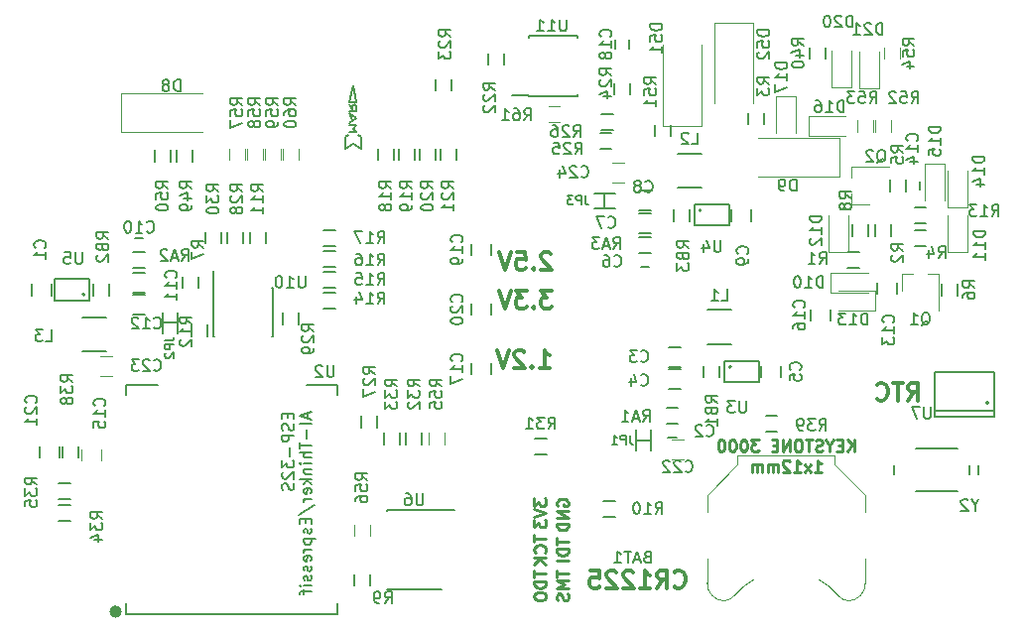
<source format=gbo>
G04 #@! TF.FileFunction,Legend,Bot*
%FSLAX46Y46*%
G04 Gerber Fmt 4.6, Leading zero omitted, Abs format (unit mm)*
G04 Created by KiCad (PCBNEW 4.0.7+dfsg1-1) date Sun Nov 12 10:56:11 2017*
%MOMM*%
%LPD*%
G01*
G04 APERTURE LIST*
%ADD10C,0.100000*%
%ADD11C,0.250000*%
%ADD12C,0.300000*%
%ADD13C,0.150000*%
%ADD14C,0.500000*%
%ADD15C,0.120000*%
%ADD16C,0.152400*%
%ADD17C,0.200000*%
G04 APERTURE END LIST*
D10*
D11*
X170370715Y-98716381D02*
X170370715Y-97716381D01*
X169799286Y-98716381D02*
X170227858Y-98144952D01*
X169799286Y-97716381D02*
X170370715Y-98287810D01*
X169370715Y-98192571D02*
X169037381Y-98192571D01*
X168894524Y-98716381D02*
X169370715Y-98716381D01*
X169370715Y-97716381D01*
X168894524Y-97716381D01*
X168275477Y-98240190D02*
X168275477Y-98716381D01*
X168608810Y-97716381D02*
X168275477Y-98240190D01*
X167942143Y-97716381D01*
X167656429Y-98668762D02*
X167513572Y-98716381D01*
X167275476Y-98716381D01*
X167180238Y-98668762D01*
X167132619Y-98621143D01*
X167085000Y-98525905D01*
X167085000Y-98430667D01*
X167132619Y-98335429D01*
X167180238Y-98287810D01*
X167275476Y-98240190D01*
X167465953Y-98192571D01*
X167561191Y-98144952D01*
X167608810Y-98097333D01*
X167656429Y-98002095D01*
X167656429Y-97906857D01*
X167608810Y-97811619D01*
X167561191Y-97764000D01*
X167465953Y-97716381D01*
X167227857Y-97716381D01*
X167085000Y-97764000D01*
X166799286Y-97716381D02*
X166227857Y-97716381D01*
X166513572Y-98716381D02*
X166513572Y-97716381D01*
X165704048Y-97716381D02*
X165513571Y-97716381D01*
X165418333Y-97764000D01*
X165323095Y-97859238D01*
X165275476Y-98049714D01*
X165275476Y-98383048D01*
X165323095Y-98573524D01*
X165418333Y-98668762D01*
X165513571Y-98716381D01*
X165704048Y-98716381D01*
X165799286Y-98668762D01*
X165894524Y-98573524D01*
X165942143Y-98383048D01*
X165942143Y-98049714D01*
X165894524Y-97859238D01*
X165799286Y-97764000D01*
X165704048Y-97716381D01*
X164846905Y-98716381D02*
X164846905Y-97716381D01*
X164275476Y-98716381D01*
X164275476Y-97716381D01*
X163799286Y-98192571D02*
X163465952Y-98192571D01*
X163323095Y-98716381D02*
X163799286Y-98716381D01*
X163799286Y-97716381D01*
X163323095Y-97716381D01*
X162227857Y-97716381D02*
X161608809Y-97716381D01*
X161942143Y-98097333D01*
X161799285Y-98097333D01*
X161704047Y-98144952D01*
X161656428Y-98192571D01*
X161608809Y-98287810D01*
X161608809Y-98525905D01*
X161656428Y-98621143D01*
X161704047Y-98668762D01*
X161799285Y-98716381D01*
X162085000Y-98716381D01*
X162180238Y-98668762D01*
X162227857Y-98621143D01*
X160989762Y-97716381D02*
X160894523Y-97716381D01*
X160799285Y-97764000D01*
X160751666Y-97811619D01*
X160704047Y-97906857D01*
X160656428Y-98097333D01*
X160656428Y-98335429D01*
X160704047Y-98525905D01*
X160751666Y-98621143D01*
X160799285Y-98668762D01*
X160894523Y-98716381D01*
X160989762Y-98716381D01*
X161085000Y-98668762D01*
X161132619Y-98621143D01*
X161180238Y-98525905D01*
X161227857Y-98335429D01*
X161227857Y-98097333D01*
X161180238Y-97906857D01*
X161132619Y-97811619D01*
X161085000Y-97764000D01*
X160989762Y-97716381D01*
X160037381Y-97716381D02*
X159942142Y-97716381D01*
X159846904Y-97764000D01*
X159799285Y-97811619D01*
X159751666Y-97906857D01*
X159704047Y-98097333D01*
X159704047Y-98335429D01*
X159751666Y-98525905D01*
X159799285Y-98621143D01*
X159846904Y-98668762D01*
X159942142Y-98716381D01*
X160037381Y-98716381D01*
X160132619Y-98668762D01*
X160180238Y-98621143D01*
X160227857Y-98525905D01*
X160275476Y-98335429D01*
X160275476Y-98097333D01*
X160227857Y-97906857D01*
X160180238Y-97811619D01*
X160132619Y-97764000D01*
X160037381Y-97716381D01*
X159085000Y-97716381D02*
X158989761Y-97716381D01*
X158894523Y-97764000D01*
X158846904Y-97811619D01*
X158799285Y-97906857D01*
X158751666Y-98097333D01*
X158751666Y-98335429D01*
X158799285Y-98525905D01*
X158846904Y-98621143D01*
X158894523Y-98668762D01*
X158989761Y-98716381D01*
X159085000Y-98716381D01*
X159180238Y-98668762D01*
X159227857Y-98621143D01*
X159275476Y-98525905D01*
X159323095Y-98335429D01*
X159323095Y-98097333D01*
X159275476Y-97906857D01*
X159227857Y-97811619D01*
X159180238Y-97764000D01*
X159085000Y-97716381D01*
X166989761Y-100466381D02*
X167561190Y-100466381D01*
X167275476Y-100466381D02*
X167275476Y-99466381D01*
X167370714Y-99609238D01*
X167465952Y-99704476D01*
X167561190Y-99752095D01*
X166656428Y-100466381D02*
X166132618Y-99799714D01*
X166656428Y-99799714D02*
X166132618Y-100466381D01*
X165227856Y-100466381D02*
X165799285Y-100466381D01*
X165513571Y-100466381D02*
X165513571Y-99466381D01*
X165608809Y-99609238D01*
X165704047Y-99704476D01*
X165799285Y-99752095D01*
X164846904Y-99561619D02*
X164799285Y-99514000D01*
X164704047Y-99466381D01*
X164465951Y-99466381D01*
X164370713Y-99514000D01*
X164323094Y-99561619D01*
X164275475Y-99656857D01*
X164275475Y-99752095D01*
X164323094Y-99894952D01*
X164894523Y-100466381D01*
X164275475Y-100466381D01*
X163846904Y-100466381D02*
X163846904Y-99799714D01*
X163846904Y-99894952D02*
X163799285Y-99847333D01*
X163704047Y-99799714D01*
X163561189Y-99799714D01*
X163465951Y-99847333D01*
X163418332Y-99942571D01*
X163418332Y-100466381D01*
X163418332Y-99942571D02*
X163370713Y-99847333D01*
X163275475Y-99799714D01*
X163132618Y-99799714D01*
X163037380Y-99847333D01*
X162989761Y-99942571D01*
X162989761Y-100466381D01*
X162513571Y-100466381D02*
X162513571Y-99799714D01*
X162513571Y-99894952D02*
X162465952Y-99847333D01*
X162370714Y-99799714D01*
X162227856Y-99799714D01*
X162132618Y-99847333D01*
X162084999Y-99942571D01*
X162084999Y-100466381D01*
X162084999Y-99942571D02*
X162037380Y-99847333D01*
X161942142Y-99799714D01*
X161799285Y-99799714D01*
X161704047Y-99847333D01*
X161656428Y-99942571D01*
X161656428Y-100466381D01*
D12*
X155027856Y-110215714D02*
X155099285Y-110287143D01*
X155313571Y-110358571D01*
X155456428Y-110358571D01*
X155670713Y-110287143D01*
X155813571Y-110144286D01*
X155884999Y-110001429D01*
X155956428Y-109715714D01*
X155956428Y-109501429D01*
X155884999Y-109215714D01*
X155813571Y-109072857D01*
X155670713Y-108930000D01*
X155456428Y-108858571D01*
X155313571Y-108858571D01*
X155099285Y-108930000D01*
X155027856Y-109001429D01*
X153527856Y-110358571D02*
X154027856Y-109644286D01*
X154384999Y-110358571D02*
X154384999Y-108858571D01*
X153813571Y-108858571D01*
X153670713Y-108930000D01*
X153599285Y-109001429D01*
X153527856Y-109144286D01*
X153527856Y-109358571D01*
X153599285Y-109501429D01*
X153670713Y-109572857D01*
X153813571Y-109644286D01*
X154384999Y-109644286D01*
X152099285Y-110358571D02*
X152956428Y-110358571D01*
X152527856Y-110358571D02*
X152527856Y-108858571D01*
X152670713Y-109072857D01*
X152813571Y-109215714D01*
X152956428Y-109287143D01*
X151527857Y-109001429D02*
X151456428Y-108930000D01*
X151313571Y-108858571D01*
X150956428Y-108858571D01*
X150813571Y-108930000D01*
X150742142Y-109001429D01*
X150670714Y-109144286D01*
X150670714Y-109287143D01*
X150742142Y-109501429D01*
X151599285Y-110358571D01*
X150670714Y-110358571D01*
X150099286Y-109001429D02*
X150027857Y-108930000D01*
X149885000Y-108858571D01*
X149527857Y-108858571D01*
X149385000Y-108930000D01*
X149313571Y-109001429D01*
X149242143Y-109144286D01*
X149242143Y-109287143D01*
X149313571Y-109501429D01*
X150170714Y-110358571D01*
X149242143Y-110358571D01*
X147885000Y-108858571D02*
X148599286Y-108858571D01*
X148670715Y-109572857D01*
X148599286Y-109501429D01*
X148456429Y-109430000D01*
X148099286Y-109430000D01*
X147956429Y-109501429D01*
X147885000Y-109572857D01*
X147813572Y-109715714D01*
X147813572Y-110072857D01*
X147885000Y-110215714D01*
X147956429Y-110287143D01*
X148099286Y-110358571D01*
X148456429Y-110358571D01*
X148599286Y-110287143D01*
X148670715Y-110215714D01*
X144502857Y-81823429D02*
X144431428Y-81752000D01*
X144288571Y-81680571D01*
X143931428Y-81680571D01*
X143788571Y-81752000D01*
X143717142Y-81823429D01*
X143645714Y-81966286D01*
X143645714Y-82109143D01*
X143717142Y-82323429D01*
X144574285Y-83180571D01*
X143645714Y-83180571D01*
X143002857Y-83037714D02*
X142931429Y-83109143D01*
X143002857Y-83180571D01*
X143074286Y-83109143D01*
X143002857Y-83037714D01*
X143002857Y-83180571D01*
X141574285Y-81680571D02*
X142288571Y-81680571D01*
X142360000Y-82394857D01*
X142288571Y-82323429D01*
X142145714Y-82252000D01*
X141788571Y-82252000D01*
X141645714Y-82323429D01*
X141574285Y-82394857D01*
X141502857Y-82537714D01*
X141502857Y-82894857D01*
X141574285Y-83037714D01*
X141645714Y-83109143D01*
X141788571Y-83180571D01*
X142145714Y-83180571D01*
X142288571Y-83109143D01*
X142360000Y-83037714D01*
X141074286Y-81680571D02*
X140574286Y-83180571D01*
X140074286Y-81680571D01*
X144574285Y-84982571D02*
X143645714Y-84982571D01*
X144145714Y-85554000D01*
X143931428Y-85554000D01*
X143788571Y-85625429D01*
X143717142Y-85696857D01*
X143645714Y-85839714D01*
X143645714Y-86196857D01*
X143717142Y-86339714D01*
X143788571Y-86411143D01*
X143931428Y-86482571D01*
X144360000Y-86482571D01*
X144502857Y-86411143D01*
X144574285Y-86339714D01*
X143002857Y-86339714D02*
X142931429Y-86411143D01*
X143002857Y-86482571D01*
X143074286Y-86411143D01*
X143002857Y-86339714D01*
X143002857Y-86482571D01*
X142431428Y-84982571D02*
X141502857Y-84982571D01*
X142002857Y-85554000D01*
X141788571Y-85554000D01*
X141645714Y-85625429D01*
X141574285Y-85696857D01*
X141502857Y-85839714D01*
X141502857Y-86196857D01*
X141574285Y-86339714D01*
X141645714Y-86411143D01*
X141788571Y-86482571D01*
X142217143Y-86482571D01*
X142360000Y-86411143D01*
X142431428Y-86339714D01*
X141074286Y-84982571D02*
X140574286Y-86482571D01*
X140074286Y-84982571D01*
X143518714Y-91562571D02*
X144375857Y-91562571D01*
X143947285Y-91562571D02*
X143947285Y-90062571D01*
X144090142Y-90276857D01*
X144233000Y-90419714D01*
X144375857Y-90491143D01*
X142875857Y-91419714D02*
X142804429Y-91491143D01*
X142875857Y-91562571D01*
X142947286Y-91491143D01*
X142875857Y-91419714D01*
X142875857Y-91562571D01*
X142233000Y-90205429D02*
X142161571Y-90134000D01*
X142018714Y-90062571D01*
X141661571Y-90062571D01*
X141518714Y-90134000D01*
X141447285Y-90205429D01*
X141375857Y-90348286D01*
X141375857Y-90491143D01*
X141447285Y-90705429D01*
X142304428Y-91562571D01*
X141375857Y-91562571D01*
X140947286Y-90062571D02*
X140447286Y-91562571D01*
X139947286Y-90062571D01*
D11*
X143082381Y-105854286D02*
X143082381Y-106425715D01*
X144082381Y-106140000D02*
X143082381Y-106140000D01*
X143987143Y-107330477D02*
X144034762Y-107282858D01*
X144082381Y-107140001D01*
X144082381Y-107044763D01*
X144034762Y-106901905D01*
X143939524Y-106806667D01*
X143844286Y-106759048D01*
X143653810Y-106711429D01*
X143510952Y-106711429D01*
X143320476Y-106759048D01*
X143225238Y-106806667D01*
X143130000Y-106901905D01*
X143082381Y-107044763D01*
X143082381Y-107140001D01*
X143130000Y-107282858D01*
X143177619Y-107330477D01*
X144082381Y-107759048D02*
X143082381Y-107759048D01*
X144082381Y-108330477D02*
X143510952Y-107901905D01*
X143082381Y-108330477D02*
X143653810Y-107759048D01*
X143082381Y-102726905D02*
X143082381Y-103345953D01*
X143463333Y-103012619D01*
X143463333Y-103155477D01*
X143510952Y-103250715D01*
X143558571Y-103298334D01*
X143653810Y-103345953D01*
X143891905Y-103345953D01*
X143987143Y-103298334D01*
X144034762Y-103250715D01*
X144082381Y-103155477D01*
X144082381Y-102869762D01*
X144034762Y-102774524D01*
X143987143Y-102726905D01*
X143082381Y-103631667D02*
X144082381Y-103965000D01*
X143082381Y-104298334D01*
X143082381Y-104536429D02*
X143082381Y-105155477D01*
X143463333Y-104822143D01*
X143463333Y-104965001D01*
X143510952Y-105060239D01*
X143558571Y-105107858D01*
X143653810Y-105155477D01*
X143891905Y-105155477D01*
X143987143Y-105107858D01*
X144034762Y-105060239D01*
X144082381Y-104965001D01*
X144082381Y-104679286D01*
X144034762Y-104584048D01*
X143987143Y-104536429D01*
X143082381Y-108878476D02*
X143082381Y-109449905D01*
X144082381Y-109164190D02*
X143082381Y-109164190D01*
X144082381Y-109783238D02*
X143082381Y-109783238D01*
X143082381Y-110021333D01*
X143130000Y-110164191D01*
X143225238Y-110259429D01*
X143320476Y-110307048D01*
X143510952Y-110354667D01*
X143653810Y-110354667D01*
X143844286Y-110307048D01*
X143939524Y-110259429D01*
X144034762Y-110164191D01*
X144082381Y-110021333D01*
X144082381Y-109783238D01*
X143082381Y-110973714D02*
X143082381Y-111164191D01*
X143130000Y-111259429D01*
X143225238Y-111354667D01*
X143415714Y-111402286D01*
X143749048Y-111402286D01*
X143939524Y-111354667D01*
X144034762Y-111259429D01*
X144082381Y-111164191D01*
X144082381Y-110973714D01*
X144034762Y-110878476D01*
X143939524Y-110783238D01*
X143749048Y-110735619D01*
X143415714Y-110735619D01*
X143225238Y-110783238D01*
X143130000Y-110878476D01*
X143082381Y-110973714D01*
X145035000Y-103330096D02*
X144987381Y-103234858D01*
X144987381Y-103092001D01*
X145035000Y-102949143D01*
X145130238Y-102853905D01*
X145225476Y-102806286D01*
X145415952Y-102758667D01*
X145558810Y-102758667D01*
X145749286Y-102806286D01*
X145844524Y-102853905D01*
X145939762Y-102949143D01*
X145987381Y-103092001D01*
X145987381Y-103187239D01*
X145939762Y-103330096D01*
X145892143Y-103377715D01*
X145558810Y-103377715D01*
X145558810Y-103187239D01*
X145987381Y-103806286D02*
X144987381Y-103806286D01*
X145987381Y-104377715D01*
X144987381Y-104377715D01*
X145987381Y-104853905D02*
X144987381Y-104853905D01*
X144987381Y-105092000D01*
X145035000Y-105234858D01*
X145130238Y-105330096D01*
X145225476Y-105377715D01*
X145415952Y-105425334D01*
X145558810Y-105425334D01*
X145749286Y-105377715D01*
X145844524Y-105330096D01*
X145939762Y-105234858D01*
X145987381Y-105092000D01*
X145987381Y-104853905D01*
X144987381Y-106116191D02*
X144987381Y-106687620D01*
X145987381Y-106401905D02*
X144987381Y-106401905D01*
X145987381Y-107020953D02*
X144987381Y-107020953D01*
X144987381Y-107259048D01*
X145035000Y-107401906D01*
X145130238Y-107497144D01*
X145225476Y-107544763D01*
X145415952Y-107592382D01*
X145558810Y-107592382D01*
X145749286Y-107544763D01*
X145844524Y-107497144D01*
X145939762Y-107401906D01*
X145987381Y-107259048D01*
X145987381Y-107020953D01*
X145987381Y-108020953D02*
X144987381Y-108020953D01*
X144987381Y-108854667D02*
X144987381Y-109426096D01*
X145987381Y-109140381D02*
X144987381Y-109140381D01*
X145987381Y-109759429D02*
X144987381Y-109759429D01*
X145701667Y-110092763D01*
X144987381Y-110426096D01*
X145987381Y-110426096D01*
X145939762Y-110854667D02*
X145987381Y-110997524D01*
X145987381Y-111235620D01*
X145939762Y-111330858D01*
X145892143Y-111378477D01*
X145796905Y-111426096D01*
X145701667Y-111426096D01*
X145606429Y-111378477D01*
X145558810Y-111330858D01*
X145511190Y-111235620D01*
X145463571Y-111045143D01*
X145415952Y-110949905D01*
X145368333Y-110902286D01*
X145273095Y-110854667D01*
X145177857Y-110854667D01*
X145082619Y-110902286D01*
X145035000Y-110949905D01*
X144987381Y-111045143D01*
X144987381Y-111283239D01*
X145035000Y-111426096D01*
D12*
X174967142Y-94356571D02*
X175467142Y-93642286D01*
X175824285Y-94356571D02*
X175824285Y-92856571D01*
X175252857Y-92856571D01*
X175109999Y-92928000D01*
X175038571Y-92999429D01*
X174967142Y-93142286D01*
X174967142Y-93356571D01*
X175038571Y-93499429D01*
X175109999Y-93570857D01*
X175252857Y-93642286D01*
X175824285Y-93642286D01*
X174538571Y-92856571D02*
X173681428Y-92856571D01*
X174109999Y-94356571D02*
X174109999Y-92856571D01*
X172324285Y-94213714D02*
X172395714Y-94285143D01*
X172610000Y-94356571D01*
X172752857Y-94356571D01*
X172967142Y-94285143D01*
X173110000Y-94142286D01*
X173181428Y-93999429D01*
X173252857Y-93713714D01*
X173252857Y-93499429D01*
X173181428Y-93213714D01*
X173110000Y-93070857D01*
X172967142Y-92928000D01*
X172752857Y-92856571D01*
X172610000Y-92856571D01*
X172395714Y-92928000D01*
X172324285Y-92999429D01*
D13*
X102823000Y-98258000D02*
X102823000Y-99258000D01*
X104173000Y-99258000D02*
X104173000Y-98258000D01*
X151758000Y-97742000D02*
X153028000Y-97742000D01*
X153028000Y-96853000D02*
X153028000Y-98631000D01*
X151758000Y-96853000D02*
X151758000Y-98631000D01*
X108232500Y-112562000D02*
X108232500Y-111673000D01*
X126266500Y-112562000D02*
X108232500Y-112562000D01*
X126266500Y-111673000D02*
X126266500Y-112562000D01*
X126266500Y-93004000D02*
X126266500Y-93893000D01*
X123663000Y-93004000D02*
X126266500Y-93004000D01*
X108232500Y-93004000D02*
X110963000Y-93004000D01*
X108232500Y-93893000D02*
X108232500Y-93004000D01*
D14*
X107638415Y-112384338D02*
G75*
G03X107638415Y-112384338I-283981J0D01*
G01*
D15*
X157345000Y-70900000D02*
X154045000Y-70900000D01*
X154045000Y-70900000D02*
X154045000Y-64000000D01*
X157345000Y-70900000D02*
X157345000Y-64000000D01*
D13*
X153369000Y-70826000D02*
X153369000Y-71826000D01*
X154719000Y-71826000D02*
X154719000Y-70826000D01*
X157870000Y-89565000D02*
X159870000Y-89565000D01*
X159870000Y-86615000D02*
X157870000Y-86615000D01*
X159886803Y-91500000D02*
G75*
G03X159886803Y-91500000I-111803J0D01*
G01*
X159275000Y-92800000D02*
X162275000Y-92800000D01*
X162275000Y-92800000D02*
X162275000Y-91000000D01*
X162275000Y-91000000D02*
X159275000Y-91000000D01*
X159275000Y-91000000D02*
X159275000Y-92800000D01*
X155330000Y-76230000D02*
X157330000Y-76230000D01*
X157330000Y-73280000D02*
X155330000Y-73280000D01*
X157346803Y-78135000D02*
G75*
G03X157346803Y-78135000I-111803J0D01*
G01*
X156735000Y-79435000D02*
X159735000Y-79435000D01*
X159735000Y-79435000D02*
X159735000Y-77635000D01*
X159735000Y-77635000D02*
X156735000Y-77635000D01*
X156735000Y-77635000D02*
X156735000Y-79435000D01*
X106530000Y-87250000D02*
X104530000Y-87250000D01*
X104530000Y-90200000D02*
X106530000Y-90200000D01*
X104736803Y-85315000D02*
G75*
G03X104736803Y-85315000I-111803J0D01*
G01*
X105125000Y-84015000D02*
X102125000Y-84015000D01*
X102125000Y-84015000D02*
X102125000Y-85815000D01*
X102125000Y-85815000D02*
X105125000Y-85815000D01*
X105125000Y-85815000D02*
X105125000Y-84015000D01*
X100235000Y-85415000D02*
X100235000Y-84415000D01*
X101935000Y-84415000D02*
X101935000Y-85415000D01*
X155560000Y-91480000D02*
X154560000Y-91480000D01*
X154560000Y-89780000D02*
X155560000Y-89780000D01*
X155560000Y-93385000D02*
X154560000Y-93385000D01*
X154560000Y-91685000D02*
X155560000Y-91685000D01*
X164165000Y-91400000D02*
X164165000Y-92400000D01*
X162465000Y-92400000D02*
X162465000Y-91400000D01*
X153020000Y-80050000D02*
X152020000Y-80050000D01*
X152020000Y-78350000D02*
X153020000Y-78350000D01*
X153020000Y-78145000D02*
X152020000Y-78145000D01*
X152020000Y-76445000D02*
X153020000Y-76445000D01*
X161625000Y-78065000D02*
X161625000Y-79065000D01*
X159925000Y-79065000D02*
X159925000Y-78065000D01*
X108840000Y-83430000D02*
X109840000Y-83430000D01*
X109840000Y-85130000D02*
X108840000Y-85130000D01*
X108840000Y-85335000D02*
X109840000Y-85335000D01*
X109840000Y-87035000D02*
X108840000Y-87035000D01*
X181857000Y-94567000D02*
G75*
G03X181857000Y-94567000I-127000J0D01*
G01*
X182365000Y-95202000D02*
X177285000Y-95202000D01*
X182365000Y-91900000D02*
X177285000Y-91900000D01*
X182365000Y-95710000D02*
X177285000Y-95710000D01*
X182365000Y-95710000D02*
X182365000Y-91900000D01*
X177285000Y-95710000D02*
X177285000Y-91900000D01*
X174071000Y-84288000D02*
X174071000Y-85288000D01*
X172371000Y-85288000D02*
X172371000Y-84288000D01*
D15*
X174435000Y-83520000D02*
X175365000Y-83520000D01*
X177595000Y-83520000D02*
X176665000Y-83520000D01*
X177595000Y-83520000D02*
X177595000Y-86680000D01*
X174435000Y-83520000D02*
X174435000Y-84980000D01*
X170175000Y-77605000D02*
X170175000Y-76675000D01*
X170175000Y-74445000D02*
X170175000Y-75375000D01*
X170175000Y-74445000D02*
X173335000Y-74445000D01*
X170175000Y-77605000D02*
X171635000Y-77605000D01*
D13*
X154510000Y-97510000D02*
X155210000Y-97510000D01*
X155210000Y-96310000D02*
X154510000Y-96310000D01*
X152170000Y-82975000D02*
X152870000Y-82975000D01*
X152870000Y-81775000D02*
X152170000Y-81775000D01*
X109690000Y-80505000D02*
X108990000Y-80505000D01*
X108990000Y-81705000D02*
X109690000Y-81705000D01*
X174780000Y-75675000D02*
X174780000Y-76375000D01*
X175980000Y-76375000D02*
X175980000Y-75675000D01*
X170800000Y-81700000D02*
X169800000Y-81700000D01*
X169800000Y-83050000D02*
X170800000Y-83050000D01*
X172165000Y-79335000D02*
X172165000Y-80335000D01*
X173515000Y-80335000D02*
X173515000Y-79335000D01*
X175515000Y-81145000D02*
X176515000Y-81145000D01*
X176515000Y-79795000D02*
X175515000Y-79795000D01*
X174785000Y-76525000D02*
X174785000Y-75525000D01*
X173435000Y-75525000D02*
X173435000Y-76525000D01*
X179230000Y-85415000D02*
X179230000Y-84415000D01*
X177880000Y-84415000D02*
X177880000Y-85415000D01*
X114460000Y-84780000D02*
X114460000Y-83780000D01*
X113110000Y-83780000D02*
X113110000Y-84780000D01*
X170260000Y-79335000D02*
X170260000Y-80335000D01*
X171610000Y-80335000D02*
X171610000Y-79335000D01*
X129065000Y-110180000D02*
X129065000Y-109180000D01*
X127715000Y-109180000D02*
X127715000Y-110180000D01*
X148972000Y-104259000D02*
X149972000Y-104259000D01*
X149972000Y-102909000D02*
X148972000Y-102909000D01*
X175515000Y-79240000D02*
X176515000Y-79240000D01*
X176515000Y-77890000D02*
X175515000Y-77890000D01*
X155360000Y-94965000D02*
X154360000Y-94965000D01*
X154360000Y-96315000D02*
X155360000Y-96315000D01*
X108840000Y-83050000D02*
X109840000Y-83050000D01*
X109840000Y-81700000D02*
X108840000Y-81700000D01*
X153020000Y-80430000D02*
X152020000Y-80430000D01*
X152020000Y-81780000D02*
X153020000Y-81780000D01*
X158910000Y-92400000D02*
X158910000Y-91400000D01*
X157560000Y-91400000D02*
X157560000Y-92400000D01*
X105490000Y-84415000D02*
X105490000Y-85415000D01*
X106840000Y-85415000D02*
X106840000Y-84415000D01*
X156370000Y-79065000D02*
X156370000Y-78065000D01*
X155020000Y-78065000D02*
X155020000Y-79065000D01*
X125096000Y-86479000D02*
X126096000Y-86479000D01*
X126096000Y-85129000D02*
X125096000Y-85129000D01*
X125096000Y-84701000D02*
X126096000Y-84701000D01*
X126096000Y-83351000D02*
X125096000Y-83351000D01*
X125096000Y-82923000D02*
X126096000Y-82923000D01*
X126096000Y-81573000D02*
X125096000Y-81573000D01*
X125096000Y-81145000D02*
X126096000Y-81145000D01*
X126096000Y-79795000D02*
X125096000Y-79795000D01*
X129747000Y-72858000D02*
X129747000Y-73858000D01*
X131097000Y-73858000D02*
X131097000Y-72858000D01*
X131525000Y-72858000D02*
X131525000Y-73858000D01*
X132875000Y-73858000D02*
X132875000Y-72858000D01*
X133303000Y-72858000D02*
X133303000Y-73858000D01*
X134653000Y-73858000D02*
X134653000Y-72858000D01*
X135081000Y-72858000D02*
X135081000Y-73858000D01*
X136431000Y-73858000D02*
X136431000Y-72858000D01*
X115655000Y-84745000D02*
X115705000Y-84745000D01*
X115655000Y-88895000D02*
X115800000Y-88895000D01*
X120805000Y-88895000D02*
X120660000Y-88895000D01*
X120805000Y-84745000D02*
X120660000Y-84745000D01*
X115655000Y-84745000D02*
X115655000Y-88895000D01*
X120805000Y-84745000D02*
X120805000Y-88895000D01*
X115705000Y-84745000D02*
X115705000Y-83345000D01*
X151189600Y-64310000D02*
X151189600Y-63610000D01*
X149989600Y-63610000D02*
X149989600Y-64310000D01*
X142605000Y-68375000D02*
X142605000Y-68325000D01*
X146755000Y-68375000D02*
X146755000Y-68230000D01*
X146755000Y-63225000D02*
X146755000Y-63370000D01*
X142605000Y-63225000D02*
X142605000Y-63370000D01*
X142605000Y-68375000D02*
X146755000Y-68375000D01*
X142605000Y-63225000D02*
X146755000Y-63225000D01*
X142605000Y-68325000D02*
X141205000Y-68325000D01*
X161370000Y-69810000D02*
X161370000Y-70810000D01*
X162720000Y-70810000D02*
X162720000Y-69810000D01*
X139145000Y-64730000D02*
X139145000Y-65730000D01*
X140495000Y-65730000D02*
X140495000Y-64730000D01*
X134700000Y-66932000D02*
X134700000Y-67932000D01*
X136050000Y-67932000D02*
X136050000Y-66932000D01*
X149940000Y-67270000D02*
X149940000Y-68270000D01*
X151290000Y-68270000D02*
X151290000Y-67270000D01*
X148675000Y-72890000D02*
X149675000Y-72890000D01*
X149675000Y-71540000D02*
X148675000Y-71540000D01*
X148780000Y-71275000D02*
X149780000Y-71275000D01*
X149780000Y-69925000D02*
X148780000Y-69925000D01*
X130510000Y-103690000D02*
X130510000Y-103790000D01*
X130510000Y-110515000D02*
X130510000Y-110490000D01*
X135160000Y-110515000D02*
X135160000Y-110490000D01*
X136235000Y-103690000D02*
X130510000Y-103690000D01*
X135160000Y-110515000D02*
X130510000Y-110515000D01*
X120175000Y-80970000D02*
X120175000Y-79970000D01*
X118825000Y-79970000D02*
X118825000Y-80970000D01*
X113805000Y-87900000D02*
X113805000Y-88900000D01*
X115155000Y-88900000D02*
X115155000Y-87900000D01*
X128350000Y-95675000D02*
X128350000Y-96675000D01*
X129700000Y-96675000D02*
X129700000Y-95675000D01*
X118270000Y-80970000D02*
X118270000Y-79970000D01*
X116920000Y-79970000D02*
X116920000Y-80970000D01*
X122955000Y-87900000D02*
X122955000Y-86900000D01*
X121605000Y-86900000D02*
X121605000Y-87900000D01*
X116365000Y-80970000D02*
X116365000Y-79970000D01*
X115015000Y-79970000D02*
X115015000Y-80970000D01*
X143130000Y-98925000D02*
X144130000Y-98925000D01*
X144130000Y-97575000D02*
X143130000Y-97575000D01*
X132160000Y-97115000D02*
X132160000Y-98115000D01*
X133510000Y-98115000D02*
X133510000Y-97115000D01*
X130255000Y-97115000D02*
X130255000Y-98115000D01*
X131605000Y-98115000D02*
X131605000Y-97115000D01*
X103490000Y-103290000D02*
X102490000Y-103290000D01*
X102490000Y-104640000D02*
X103490000Y-104640000D01*
X102490000Y-102735000D02*
X103490000Y-102735000D01*
X103490000Y-101385000D02*
X102490000Y-101385000D01*
X168356000Y-86574000D02*
X168356000Y-87574000D01*
X166656000Y-87574000D02*
X166656000Y-86574000D01*
X162815000Y-97020000D02*
X163815000Y-97020000D01*
X163815000Y-95670000D02*
X162815000Y-95670000D01*
X166577000Y-64222000D02*
X166577000Y-65222000D01*
X167927000Y-65222000D02*
X167927000Y-64222000D01*
X137700000Y-92146000D02*
X137700000Y-91146000D01*
X139400000Y-91146000D02*
X139400000Y-92146000D01*
X139400000Y-80986000D02*
X139400000Y-81986000D01*
X137700000Y-81986000D02*
X137700000Y-80986000D01*
X137700000Y-87066000D02*
X137700000Y-86066000D01*
X139400000Y-86066000D02*
X139400000Y-87066000D01*
X100870000Y-99258000D02*
X100870000Y-98258000D01*
X102570000Y-98258000D02*
X102570000Y-99258000D01*
X112602000Y-72985000D02*
X112602000Y-73985000D01*
X113952000Y-73985000D02*
X113952000Y-72985000D01*
X110697000Y-72985000D02*
X110697000Y-73985000D01*
X112047000Y-73985000D02*
X112047000Y-72985000D01*
D15*
X172160000Y-70445000D02*
X172160000Y-71445000D01*
X173520000Y-71445000D02*
X173520000Y-70445000D01*
X170636000Y-70445000D02*
X170636000Y-71445000D01*
X171996000Y-71445000D02*
X171996000Y-70445000D01*
D13*
X173812000Y-99882000D02*
X173812000Y-100682000D01*
X179212000Y-98482000D02*
X175612000Y-98482000D01*
X179212000Y-102082000D02*
X175612000Y-102082000D01*
X180212000Y-99882000D02*
X180212000Y-100682000D01*
X181012000Y-99882000D02*
X181012000Y-100682000D01*
D15*
X106126000Y-98512000D02*
X106126000Y-99512000D01*
X104426000Y-99512000D02*
X104426000Y-98512000D01*
X107861000Y-71452000D02*
X107861000Y-68152000D01*
X107861000Y-68152000D02*
X114761000Y-68152000D01*
X107861000Y-71452000D02*
X114761000Y-71452000D01*
X169112000Y-71962000D02*
X169112000Y-75262000D01*
X169112000Y-75262000D02*
X162212000Y-75262000D01*
X169112000Y-71962000D02*
X162212000Y-71962000D01*
X158490000Y-62100000D02*
X161790000Y-62100000D01*
X161790000Y-62100000D02*
X161790000Y-69000000D01*
X158490000Y-62100000D02*
X158490000Y-69000000D01*
X155814000Y-99354000D02*
X154814000Y-99354000D01*
X154814000Y-97654000D02*
X155814000Y-97654000D01*
X106046000Y-90542000D02*
X107046000Y-90542000D01*
X107046000Y-92242000D02*
X106046000Y-92242000D01*
X149734000Y-74032000D02*
X150734000Y-74032000D01*
X150734000Y-75732000D02*
X149734000Y-75732000D01*
X172922000Y-64222000D02*
X172922000Y-65222000D01*
X174282000Y-65222000D02*
X174282000Y-64222000D01*
X135420000Y-98115000D02*
X135420000Y-97115000D01*
X134060000Y-97115000D02*
X134060000Y-98115000D01*
D13*
X126928000Y-71869000D02*
X127228000Y-71669000D01*
X128328000Y-71869000D02*
X128028000Y-71669000D01*
X126928000Y-72869000D02*
X126928000Y-71869000D01*
X127628000Y-72469000D02*
X126928000Y-72869000D01*
X128328000Y-72869000D02*
X127628000Y-72469000D01*
X128328000Y-71869000D02*
X128328000Y-72869000D01*
X127628000Y-67469000D02*
X127328000Y-68869000D01*
X127928000Y-68869000D02*
X127628000Y-67469000D01*
X127328000Y-68869000D02*
X127928000Y-68869000D01*
X127328000Y-69069000D02*
X127528000Y-69569000D01*
X127528000Y-69269000D02*
X127528000Y-69669000D01*
X127728000Y-69069000D02*
X127528000Y-69269000D01*
X127928000Y-69269000D02*
X127728000Y-69069000D01*
X127928000Y-69669000D02*
X127928000Y-69269000D01*
X127328000Y-69669000D02*
X127928000Y-69669000D01*
X127328000Y-69869000D02*
X127528000Y-70469000D01*
X127928000Y-70269000D02*
X127328000Y-69869000D01*
X127328000Y-70669000D02*
X127928000Y-70269000D01*
X127928000Y-70869000D02*
X127328000Y-70869000D01*
X127628000Y-71169000D02*
X127928000Y-70869000D01*
X127928000Y-71469000D02*
X127628000Y-71169000D01*
X127328000Y-71469000D02*
X127928000Y-71469000D01*
D15*
X160091264Y-111074552D02*
G75*
G02X161785000Y-109670000I4493736J-3695448D01*
G01*
X167317553Y-109624793D02*
G75*
G02X169085000Y-111070000I-2732553J-5145207D01*
G01*
X159170385Y-111454160D02*
G75*
G03X160085000Y-111070000I124615J984160D01*
G01*
X169999615Y-111454160D02*
G75*
G02X169085000Y-111070000I-124615J984160D01*
G01*
X157835000Y-109920000D02*
G75*
G03X159285000Y-111470000I1500000J-50000D01*
G01*
X171335000Y-109920000D02*
G75*
G02X169885000Y-111470000I-1500000J-50000D01*
G01*
X157835000Y-107870000D02*
X157835000Y-109970000D01*
X171335000Y-107870000D02*
X171335000Y-109970000D01*
X171335000Y-103870000D02*
X171335000Y-102420000D01*
X171335000Y-102420000D02*
X168735000Y-99820000D01*
X168735000Y-99820000D02*
X168735000Y-99020000D01*
X168735000Y-99020000D02*
X160435000Y-99020000D01*
X160435000Y-99020000D02*
X160435000Y-99820000D01*
X160435000Y-99820000D02*
X157835000Y-102420000D01*
X157835000Y-102420000D02*
X157835000Y-103870000D01*
X170134000Y-67638000D02*
X168434000Y-67638000D01*
X168434000Y-67638000D02*
X168434000Y-64488000D01*
X170134000Y-67638000D02*
X170134000Y-64488000D01*
X172547000Y-67731000D02*
X170847000Y-67731000D01*
X170847000Y-67731000D02*
X170847000Y-64581000D01*
X172547000Y-67731000D02*
X172547000Y-64581000D01*
X168400000Y-85130000D02*
X168400000Y-83430000D01*
X168400000Y-83430000D02*
X171550000Y-83430000D01*
X168400000Y-85130000D02*
X171550000Y-85130000D01*
X180040000Y-81735000D02*
X178340000Y-81735000D01*
X178340000Y-81735000D02*
X178340000Y-78585000D01*
X180040000Y-81735000D02*
X180040000Y-78585000D01*
X169880000Y-81735000D02*
X168180000Y-81735000D01*
X168180000Y-81735000D02*
X168180000Y-78585000D01*
X169880000Y-81735000D02*
X169880000Y-78585000D01*
X172200000Y-84954000D02*
X172200000Y-86654000D01*
X172200000Y-86654000D02*
X169050000Y-86654000D01*
X172200000Y-84954000D02*
X169050000Y-84954000D01*
X180040000Y-77925000D02*
X178340000Y-77925000D01*
X178340000Y-77925000D02*
X178340000Y-74775000D01*
X180040000Y-77925000D02*
X180040000Y-74775000D01*
X176435000Y-74125000D02*
X178135000Y-74125000D01*
X178135000Y-74125000D02*
X178135000Y-77275000D01*
X176435000Y-74125000D02*
X176435000Y-77275000D01*
X166495000Y-71795000D02*
X166495000Y-70095000D01*
X166495000Y-70095000D02*
X169645000Y-70095000D01*
X166495000Y-71795000D02*
X169645000Y-71795000D01*
X163735000Y-68410000D02*
X165435000Y-68410000D01*
X165435000Y-68410000D02*
X165435000Y-71560000D01*
X163735000Y-68410000D02*
X163735000Y-71560000D01*
D13*
X111372000Y-87709000D02*
X112642000Y-87709000D01*
X112642000Y-86820000D02*
X112642000Y-88598000D01*
X111372000Y-86820000D02*
X111372000Y-88598000D01*
X149091000Y-76660000D02*
X149091000Y-77930000D01*
X149980000Y-77930000D02*
X148202000Y-77930000D01*
X149980000Y-76660000D02*
X148202000Y-76660000D01*
D15*
X127710000Y-104946000D02*
X127710000Y-105946000D01*
X129070000Y-105946000D02*
X129070000Y-104946000D01*
X117042000Y-72858000D02*
X117042000Y-73858000D01*
X118402000Y-73858000D02*
X118402000Y-72858000D01*
X118566000Y-72858000D02*
X118566000Y-73858000D01*
X119926000Y-73858000D02*
X119926000Y-72858000D01*
X120090000Y-72858000D02*
X120090000Y-73858000D01*
X121450000Y-73858000D02*
X121450000Y-72858000D01*
X121614000Y-72858000D02*
X121614000Y-73858000D01*
X122974000Y-73858000D02*
X122974000Y-72858000D01*
X144280000Y-70580000D02*
X145280000Y-70580000D01*
X145280000Y-69220000D02*
X144280000Y-69220000D01*
D13*
X103696381Y-92781143D02*
X103220190Y-92447809D01*
X103696381Y-92209714D02*
X102696381Y-92209714D01*
X102696381Y-92590667D01*
X102744000Y-92685905D01*
X102791619Y-92733524D01*
X102886857Y-92781143D01*
X103029714Y-92781143D01*
X103124952Y-92733524D01*
X103172571Y-92685905D01*
X103220190Y-92590667D01*
X103220190Y-92209714D01*
X102696381Y-93114476D02*
X102696381Y-93733524D01*
X103077333Y-93400190D01*
X103077333Y-93543048D01*
X103124952Y-93638286D01*
X103172571Y-93685905D01*
X103267810Y-93733524D01*
X103505905Y-93733524D01*
X103601143Y-93685905D01*
X103648762Y-93638286D01*
X103696381Y-93543048D01*
X103696381Y-93257333D01*
X103648762Y-93162095D01*
X103601143Y-93114476D01*
X103124952Y-94304952D02*
X103077333Y-94209714D01*
X103029714Y-94162095D01*
X102934476Y-94114476D01*
X102886857Y-94114476D01*
X102791619Y-94162095D01*
X102744000Y-94209714D01*
X102696381Y-94304952D01*
X102696381Y-94495429D01*
X102744000Y-94590667D01*
X102791619Y-94638286D01*
X102886857Y-94685905D01*
X102934476Y-94685905D01*
X103029714Y-94638286D01*
X103077333Y-94590667D01*
X103124952Y-94495429D01*
X103124952Y-94304952D01*
X103172571Y-94209714D01*
X103220190Y-94162095D01*
X103315429Y-94114476D01*
X103505905Y-94114476D01*
X103601143Y-94162095D01*
X103648762Y-94209714D01*
X103696381Y-94304952D01*
X103696381Y-94495429D01*
X103648762Y-94590667D01*
X103601143Y-94638286D01*
X103505905Y-94685905D01*
X103315429Y-94685905D01*
X103220190Y-94638286D01*
X103172571Y-94590667D01*
X103124952Y-94495429D01*
D16*
X151249999Y-97324714D02*
X151249999Y-97869000D01*
X151286285Y-97977857D01*
X151358856Y-98050429D01*
X151467713Y-98086714D01*
X151540285Y-98086714D01*
X150887142Y-98086714D02*
X150887142Y-97324714D01*
X150596857Y-97324714D01*
X150524285Y-97361000D01*
X150488000Y-97397286D01*
X150451714Y-97469857D01*
X150451714Y-97578714D01*
X150488000Y-97651286D01*
X150524285Y-97687571D01*
X150596857Y-97723857D01*
X150887142Y-97723857D01*
X149726000Y-98086714D02*
X150161428Y-98086714D01*
X149943714Y-98086714D02*
X149943714Y-97324714D01*
X150016285Y-97433571D01*
X150088857Y-97506143D01*
X150161428Y-97542429D01*
D13*
X125976905Y-91352381D02*
X125976905Y-92161905D01*
X125929286Y-92257143D01*
X125881667Y-92304762D01*
X125786429Y-92352381D01*
X125595952Y-92352381D01*
X125500714Y-92304762D01*
X125453095Y-92257143D01*
X125405476Y-92161905D01*
X125405476Y-91352381D01*
X124976905Y-91447619D02*
X124929286Y-91400000D01*
X124834048Y-91352381D01*
X124595952Y-91352381D01*
X124500714Y-91400000D01*
X124453095Y-91447619D01*
X124405476Y-91542857D01*
X124405476Y-91638095D01*
X124453095Y-91780952D01*
X125024524Y-92352381D01*
X124405476Y-92352381D01*
X123779667Y-95446333D02*
X123779667Y-95922524D01*
X124065381Y-95351095D02*
X123065381Y-95684428D01*
X124065381Y-96017762D01*
X124065381Y-96351095D02*
X123065381Y-96351095D01*
X123684429Y-96827285D02*
X123684429Y-97589190D01*
X123065381Y-97922523D02*
X123065381Y-98493952D01*
X124065381Y-98208237D02*
X123065381Y-98208237D01*
X124065381Y-98827285D02*
X123065381Y-98827285D01*
X124065381Y-99255857D02*
X123541571Y-99255857D01*
X123446333Y-99208238D01*
X123398714Y-99113000D01*
X123398714Y-98970142D01*
X123446333Y-98874904D01*
X123493952Y-98827285D01*
X124065381Y-99732047D02*
X123398714Y-99732047D01*
X123065381Y-99732047D02*
X123113000Y-99684428D01*
X123160619Y-99732047D01*
X123113000Y-99779666D01*
X123065381Y-99732047D01*
X123160619Y-99732047D01*
X123398714Y-100208237D02*
X124065381Y-100208237D01*
X123493952Y-100208237D02*
X123446333Y-100255856D01*
X123398714Y-100351094D01*
X123398714Y-100493952D01*
X123446333Y-100589190D01*
X123541571Y-100636809D01*
X124065381Y-100636809D01*
X124065381Y-101112999D02*
X123065381Y-101112999D01*
X123684429Y-101208237D02*
X124065381Y-101493952D01*
X123398714Y-101493952D02*
X123779667Y-101112999D01*
X124017762Y-102303476D02*
X124065381Y-102208238D01*
X124065381Y-102017761D01*
X124017762Y-101922523D01*
X123922524Y-101874904D01*
X123541571Y-101874904D01*
X123446333Y-101922523D01*
X123398714Y-102017761D01*
X123398714Y-102208238D01*
X123446333Y-102303476D01*
X123541571Y-102351095D01*
X123636810Y-102351095D01*
X123732048Y-101874904D01*
X124065381Y-102779666D02*
X123398714Y-102779666D01*
X123589190Y-102779666D02*
X123493952Y-102827285D01*
X123446333Y-102874904D01*
X123398714Y-102970142D01*
X123398714Y-103065381D01*
X123017762Y-104113000D02*
X124303476Y-103255857D01*
X123541571Y-104446333D02*
X123541571Y-104779667D01*
X124065381Y-104922524D02*
X124065381Y-104446333D01*
X123065381Y-104446333D01*
X123065381Y-104922524D01*
X124017762Y-105303476D02*
X124065381Y-105398714D01*
X124065381Y-105589190D01*
X124017762Y-105684429D01*
X123922524Y-105732048D01*
X123874905Y-105732048D01*
X123779667Y-105684429D01*
X123732048Y-105589190D01*
X123732048Y-105446333D01*
X123684429Y-105351095D01*
X123589190Y-105303476D01*
X123541571Y-105303476D01*
X123446333Y-105351095D01*
X123398714Y-105446333D01*
X123398714Y-105589190D01*
X123446333Y-105684429D01*
X123398714Y-106160619D02*
X124398714Y-106160619D01*
X123446333Y-106160619D02*
X123398714Y-106255857D01*
X123398714Y-106446334D01*
X123446333Y-106541572D01*
X123493952Y-106589191D01*
X123589190Y-106636810D01*
X123874905Y-106636810D01*
X123970143Y-106589191D01*
X124017762Y-106541572D01*
X124065381Y-106446334D01*
X124065381Y-106255857D01*
X124017762Y-106160619D01*
X124065381Y-107065381D02*
X123398714Y-107065381D01*
X123589190Y-107065381D02*
X123493952Y-107113000D01*
X123446333Y-107160619D01*
X123398714Y-107255857D01*
X123398714Y-107351096D01*
X124017762Y-108065382D02*
X124065381Y-107970144D01*
X124065381Y-107779667D01*
X124017762Y-107684429D01*
X123922524Y-107636810D01*
X123541571Y-107636810D01*
X123446333Y-107684429D01*
X123398714Y-107779667D01*
X123398714Y-107970144D01*
X123446333Y-108065382D01*
X123541571Y-108113001D01*
X123636810Y-108113001D01*
X123732048Y-107636810D01*
X124017762Y-108493953D02*
X124065381Y-108589191D01*
X124065381Y-108779667D01*
X124017762Y-108874906D01*
X123922524Y-108922525D01*
X123874905Y-108922525D01*
X123779667Y-108874906D01*
X123732048Y-108779667D01*
X123732048Y-108636810D01*
X123684429Y-108541572D01*
X123589190Y-108493953D01*
X123541571Y-108493953D01*
X123446333Y-108541572D01*
X123398714Y-108636810D01*
X123398714Y-108779667D01*
X123446333Y-108874906D01*
X124017762Y-109303477D02*
X124065381Y-109398715D01*
X124065381Y-109589191D01*
X124017762Y-109684430D01*
X123922524Y-109732049D01*
X123874905Y-109732049D01*
X123779667Y-109684430D01*
X123732048Y-109589191D01*
X123732048Y-109446334D01*
X123684429Y-109351096D01*
X123589190Y-109303477D01*
X123541571Y-109303477D01*
X123446333Y-109351096D01*
X123398714Y-109446334D01*
X123398714Y-109589191D01*
X123446333Y-109684430D01*
X124065381Y-110160620D02*
X123398714Y-110160620D01*
X123065381Y-110160620D02*
X123113000Y-110113001D01*
X123160619Y-110160620D01*
X123113000Y-110208239D01*
X123065381Y-110160620D01*
X123160619Y-110160620D01*
X123398714Y-110493953D02*
X123398714Y-110874905D01*
X124065381Y-110636810D02*
X123208238Y-110636810D01*
X123113000Y-110684429D01*
X123065381Y-110779667D01*
X123065381Y-110874905D01*
X122041571Y-95474905D02*
X122041571Y-95808239D01*
X122565381Y-95951096D02*
X122565381Y-95474905D01*
X121565381Y-95474905D01*
X121565381Y-95951096D01*
X122517762Y-96332048D02*
X122565381Y-96474905D01*
X122565381Y-96713001D01*
X122517762Y-96808239D01*
X122470143Y-96855858D01*
X122374905Y-96903477D01*
X122279667Y-96903477D01*
X122184429Y-96855858D01*
X122136810Y-96808239D01*
X122089190Y-96713001D01*
X122041571Y-96522524D01*
X121993952Y-96427286D01*
X121946333Y-96379667D01*
X121851095Y-96332048D01*
X121755857Y-96332048D01*
X121660619Y-96379667D01*
X121613000Y-96427286D01*
X121565381Y-96522524D01*
X121565381Y-96760620D01*
X121613000Y-96903477D01*
X122565381Y-97332048D02*
X121565381Y-97332048D01*
X121565381Y-97713001D01*
X121613000Y-97808239D01*
X121660619Y-97855858D01*
X121755857Y-97903477D01*
X121898714Y-97903477D01*
X121993952Y-97855858D01*
X122041571Y-97808239D01*
X122089190Y-97713001D01*
X122089190Y-97332048D01*
X122184429Y-98332048D02*
X122184429Y-99093953D01*
X121565381Y-99474905D02*
X121565381Y-100093953D01*
X121946333Y-99760619D01*
X121946333Y-99903477D01*
X121993952Y-99998715D01*
X122041571Y-100046334D01*
X122136810Y-100093953D01*
X122374905Y-100093953D01*
X122470143Y-100046334D01*
X122517762Y-99998715D01*
X122565381Y-99903477D01*
X122565381Y-99617762D01*
X122517762Y-99522524D01*
X122470143Y-99474905D01*
X121660619Y-100474905D02*
X121613000Y-100522524D01*
X121565381Y-100617762D01*
X121565381Y-100855858D01*
X121613000Y-100951096D01*
X121660619Y-100998715D01*
X121755857Y-101046334D01*
X121851095Y-101046334D01*
X121993952Y-100998715D01*
X122565381Y-100427286D01*
X122565381Y-101046334D01*
X122517762Y-101427286D02*
X122565381Y-101570143D01*
X122565381Y-101808239D01*
X122517762Y-101903477D01*
X122470143Y-101951096D01*
X122374905Y-101998715D01*
X122279667Y-101998715D01*
X122184429Y-101951096D01*
X122136810Y-101903477D01*
X122089190Y-101808239D01*
X122041571Y-101617762D01*
X121993952Y-101522524D01*
X121946333Y-101474905D01*
X121851095Y-101427286D01*
X121755857Y-101427286D01*
X121660619Y-101474905D01*
X121613000Y-101522524D01*
X121565381Y-101617762D01*
X121565381Y-101855858D01*
X121613000Y-101998715D01*
X153988381Y-62237714D02*
X152988381Y-62237714D01*
X152988381Y-62475809D01*
X153036000Y-62618667D01*
X153131238Y-62713905D01*
X153226476Y-62761524D01*
X153416952Y-62809143D01*
X153559810Y-62809143D01*
X153750286Y-62761524D01*
X153845524Y-62713905D01*
X153940762Y-62618667D01*
X153988381Y-62475809D01*
X153988381Y-62237714D01*
X152988381Y-63713905D02*
X152988381Y-63237714D01*
X153464571Y-63190095D01*
X153416952Y-63237714D01*
X153369333Y-63332952D01*
X153369333Y-63571048D01*
X153416952Y-63666286D01*
X153464571Y-63713905D01*
X153559810Y-63761524D01*
X153797905Y-63761524D01*
X153893143Y-63713905D01*
X153940762Y-63666286D01*
X153988381Y-63571048D01*
X153988381Y-63332952D01*
X153940762Y-63237714D01*
X153893143Y-63190095D01*
X153988381Y-64713905D02*
X153988381Y-64142476D01*
X153988381Y-64428190D02*
X152988381Y-64428190D01*
X153131238Y-64332952D01*
X153226476Y-64237714D01*
X153274095Y-64142476D01*
X153480381Y-67381143D02*
X153004190Y-67047809D01*
X153480381Y-66809714D02*
X152480381Y-66809714D01*
X152480381Y-67190667D01*
X152528000Y-67285905D01*
X152575619Y-67333524D01*
X152670857Y-67381143D01*
X152813714Y-67381143D01*
X152908952Y-67333524D01*
X152956571Y-67285905D01*
X153004190Y-67190667D01*
X153004190Y-66809714D01*
X152480381Y-68285905D02*
X152480381Y-67809714D01*
X152956571Y-67762095D01*
X152908952Y-67809714D01*
X152861333Y-67904952D01*
X152861333Y-68143048D01*
X152908952Y-68238286D01*
X152956571Y-68285905D01*
X153051810Y-68333524D01*
X153289905Y-68333524D01*
X153385143Y-68285905D01*
X153432762Y-68238286D01*
X153480381Y-68143048D01*
X153480381Y-67904952D01*
X153432762Y-67809714D01*
X153385143Y-67762095D01*
X153480381Y-69285905D02*
X153480381Y-68714476D01*
X153480381Y-69000190D02*
X152480381Y-69000190D01*
X152623238Y-68904952D01*
X152718476Y-68809714D01*
X152766095Y-68714476D01*
X159036666Y-85842381D02*
X159512857Y-85842381D01*
X159512857Y-84842381D01*
X158179523Y-85842381D02*
X158750952Y-85842381D01*
X158465238Y-85842381D02*
X158465238Y-84842381D01*
X158560476Y-84985238D01*
X158655714Y-85080476D01*
X158750952Y-85128095D01*
D17*
X161155905Y-94400381D02*
X161155905Y-95209905D01*
X161108286Y-95305143D01*
X161060667Y-95352762D01*
X160965429Y-95400381D01*
X160774952Y-95400381D01*
X160679714Y-95352762D01*
X160632095Y-95305143D01*
X160584476Y-95209905D01*
X160584476Y-94400381D01*
X160203524Y-94400381D02*
X159584476Y-94400381D01*
X159917810Y-94781333D01*
X159774952Y-94781333D01*
X159679714Y-94828952D01*
X159632095Y-94876571D01*
X159584476Y-94971810D01*
X159584476Y-95209905D01*
X159632095Y-95305143D01*
X159679714Y-95352762D01*
X159774952Y-95400381D01*
X160060667Y-95400381D01*
X160155905Y-95352762D01*
X160203524Y-95305143D01*
D13*
X156496666Y-72507381D02*
X156972857Y-72507381D01*
X156972857Y-71507381D01*
X156210952Y-71602619D02*
X156163333Y-71555000D01*
X156068095Y-71507381D01*
X155829999Y-71507381D01*
X155734761Y-71555000D01*
X155687142Y-71602619D01*
X155639523Y-71697857D01*
X155639523Y-71793095D01*
X155687142Y-71935952D01*
X156258571Y-72507381D01*
X155639523Y-72507381D01*
D17*
X158996905Y-80684381D02*
X158996905Y-81493905D01*
X158949286Y-81589143D01*
X158901667Y-81636762D01*
X158806429Y-81684381D01*
X158615952Y-81684381D01*
X158520714Y-81636762D01*
X158473095Y-81589143D01*
X158425476Y-81493905D01*
X158425476Y-80684381D01*
X157520714Y-81017714D02*
X157520714Y-81684381D01*
X157758810Y-80636762D02*
X157996905Y-81351048D01*
X157377857Y-81351048D01*
D13*
X101378666Y-89304381D02*
X101854857Y-89304381D01*
X101854857Y-88304381D01*
X101140571Y-88304381D02*
X100521523Y-88304381D01*
X100854857Y-88685333D01*
X100711999Y-88685333D01*
X100616761Y-88732952D01*
X100569142Y-88780571D01*
X100521523Y-88875810D01*
X100521523Y-89113905D01*
X100569142Y-89209143D01*
X100616761Y-89256762D01*
X100711999Y-89304381D01*
X100997714Y-89304381D01*
X101092952Y-89256762D01*
X101140571Y-89209143D01*
D17*
X104513905Y-81700381D02*
X104513905Y-82509905D01*
X104466286Y-82605143D01*
X104418667Y-82652762D01*
X104323429Y-82700381D01*
X104132952Y-82700381D01*
X104037714Y-82652762D01*
X103990095Y-82605143D01*
X103942476Y-82509905D01*
X103942476Y-81700381D01*
X102990095Y-81700381D02*
X103466286Y-81700381D01*
X103513905Y-82176571D01*
X103466286Y-82128952D01*
X103371048Y-82081333D01*
X103132952Y-82081333D01*
X103037714Y-82128952D01*
X102990095Y-82176571D01*
X102942476Y-82271810D01*
X102942476Y-82509905D01*
X102990095Y-82605143D01*
X103037714Y-82652762D01*
X103132952Y-82700381D01*
X103371048Y-82700381D01*
X103466286Y-82652762D01*
X103513905Y-82605143D01*
D13*
X101315143Y-81319334D02*
X101362762Y-81271715D01*
X101410381Y-81128858D01*
X101410381Y-81033620D01*
X101362762Y-80890762D01*
X101267524Y-80795524D01*
X101172286Y-80747905D01*
X100981810Y-80700286D01*
X100838952Y-80700286D01*
X100648476Y-80747905D01*
X100553238Y-80795524D01*
X100458000Y-80890762D01*
X100410381Y-81033620D01*
X100410381Y-81128858D01*
X100458000Y-81271715D01*
X100505619Y-81319334D01*
X101410381Y-82271715D02*
X101410381Y-81700286D01*
X101410381Y-81986000D02*
X100410381Y-81986000D01*
X100553238Y-81890762D01*
X100648476Y-81795524D01*
X100696095Y-81700286D01*
X152178666Y-90987143D02*
X152226285Y-91034762D01*
X152369142Y-91082381D01*
X152464380Y-91082381D01*
X152607238Y-91034762D01*
X152702476Y-90939524D01*
X152750095Y-90844286D01*
X152797714Y-90653810D01*
X152797714Y-90510952D01*
X152750095Y-90320476D01*
X152702476Y-90225238D01*
X152607238Y-90130000D01*
X152464380Y-90082381D01*
X152369142Y-90082381D01*
X152226285Y-90130000D01*
X152178666Y-90177619D01*
X151845333Y-90082381D02*
X151226285Y-90082381D01*
X151559619Y-90463333D01*
X151416761Y-90463333D01*
X151321523Y-90510952D01*
X151273904Y-90558571D01*
X151226285Y-90653810D01*
X151226285Y-90891905D01*
X151273904Y-90987143D01*
X151321523Y-91034762D01*
X151416761Y-91082381D01*
X151702476Y-91082381D01*
X151797714Y-91034762D01*
X151845333Y-90987143D01*
X152178666Y-93019143D02*
X152226285Y-93066762D01*
X152369142Y-93114381D01*
X152464380Y-93114381D01*
X152607238Y-93066762D01*
X152702476Y-92971524D01*
X152750095Y-92876286D01*
X152797714Y-92685810D01*
X152797714Y-92542952D01*
X152750095Y-92352476D01*
X152702476Y-92257238D01*
X152607238Y-92162000D01*
X152464380Y-92114381D01*
X152369142Y-92114381D01*
X152226285Y-92162000D01*
X152178666Y-92209619D01*
X151321523Y-92447714D02*
X151321523Y-93114381D01*
X151559619Y-92066762D02*
X151797714Y-92781048D01*
X151178666Y-92781048D01*
X165772143Y-91733334D02*
X165819762Y-91685715D01*
X165867381Y-91542858D01*
X165867381Y-91447620D01*
X165819762Y-91304762D01*
X165724524Y-91209524D01*
X165629286Y-91161905D01*
X165438810Y-91114286D01*
X165295952Y-91114286D01*
X165105476Y-91161905D01*
X165010238Y-91209524D01*
X164915000Y-91304762D01*
X164867381Y-91447620D01*
X164867381Y-91542858D01*
X164915000Y-91685715D01*
X164962619Y-91733334D01*
X164867381Y-92638096D02*
X164867381Y-92161905D01*
X165343571Y-92114286D01*
X165295952Y-92161905D01*
X165248333Y-92257143D01*
X165248333Y-92495239D01*
X165295952Y-92590477D01*
X165343571Y-92638096D01*
X165438810Y-92685715D01*
X165676905Y-92685715D01*
X165772143Y-92638096D01*
X165819762Y-92590477D01*
X165867381Y-92495239D01*
X165867381Y-92257143D01*
X165819762Y-92161905D01*
X165772143Y-92114286D01*
X149384666Y-79557143D02*
X149432285Y-79604762D01*
X149575142Y-79652381D01*
X149670380Y-79652381D01*
X149813238Y-79604762D01*
X149908476Y-79509524D01*
X149956095Y-79414286D01*
X150003714Y-79223810D01*
X150003714Y-79080952D01*
X149956095Y-78890476D01*
X149908476Y-78795238D01*
X149813238Y-78700000D01*
X149670380Y-78652381D01*
X149575142Y-78652381D01*
X149432285Y-78700000D01*
X149384666Y-78747619D01*
X149051333Y-78652381D02*
X148384666Y-78652381D01*
X148813238Y-79652381D01*
X152559666Y-76509143D02*
X152607285Y-76556762D01*
X152750142Y-76604381D01*
X152845380Y-76604381D01*
X152988238Y-76556762D01*
X153083476Y-76461524D01*
X153131095Y-76366286D01*
X153178714Y-76175810D01*
X153178714Y-76032952D01*
X153131095Y-75842476D01*
X153083476Y-75747238D01*
X152988238Y-75652000D01*
X152845380Y-75604381D01*
X152750142Y-75604381D01*
X152607285Y-75652000D01*
X152559666Y-75699619D01*
X151988238Y-76032952D02*
X152083476Y-75985333D01*
X152131095Y-75937714D01*
X152178714Y-75842476D01*
X152178714Y-75794857D01*
X152131095Y-75699619D01*
X152083476Y-75652000D01*
X151988238Y-75604381D01*
X151797761Y-75604381D01*
X151702523Y-75652000D01*
X151654904Y-75699619D01*
X151607285Y-75794857D01*
X151607285Y-75842476D01*
X151654904Y-75937714D01*
X151702523Y-75985333D01*
X151797761Y-76032952D01*
X151988238Y-76032952D01*
X152083476Y-76080571D01*
X152131095Y-76128190D01*
X152178714Y-76223429D01*
X152178714Y-76413905D01*
X152131095Y-76509143D01*
X152083476Y-76556762D01*
X151988238Y-76604381D01*
X151797761Y-76604381D01*
X151702523Y-76556762D01*
X151654904Y-76509143D01*
X151607285Y-76413905D01*
X151607285Y-76223429D01*
X151654904Y-76128190D01*
X151702523Y-76080571D01*
X151797761Y-76032952D01*
X161259143Y-81827334D02*
X161306762Y-81779715D01*
X161354381Y-81636858D01*
X161354381Y-81541620D01*
X161306762Y-81398762D01*
X161211524Y-81303524D01*
X161116286Y-81255905D01*
X160925810Y-81208286D01*
X160782952Y-81208286D01*
X160592476Y-81255905D01*
X160497238Y-81303524D01*
X160402000Y-81398762D01*
X160354381Y-81541620D01*
X160354381Y-81636858D01*
X160402000Y-81779715D01*
X160449619Y-81827334D01*
X161354381Y-82303524D02*
X161354381Y-82494000D01*
X161306762Y-82589239D01*
X161259143Y-82636858D01*
X161116286Y-82732096D01*
X160925810Y-82779715D01*
X160544857Y-82779715D01*
X160449619Y-82732096D01*
X160402000Y-82684477D01*
X160354381Y-82589239D01*
X160354381Y-82398762D01*
X160402000Y-82303524D01*
X160449619Y-82255905D01*
X160544857Y-82208286D01*
X160782952Y-82208286D01*
X160878190Y-82255905D01*
X160925810Y-82303524D01*
X160973429Y-82398762D01*
X160973429Y-82589239D01*
X160925810Y-82684477D01*
X160878190Y-82732096D01*
X160782952Y-82779715D01*
X112491143Y-83891143D02*
X112538762Y-83843524D01*
X112586381Y-83700667D01*
X112586381Y-83605429D01*
X112538762Y-83462571D01*
X112443524Y-83367333D01*
X112348286Y-83319714D01*
X112157810Y-83272095D01*
X112014952Y-83272095D01*
X111824476Y-83319714D01*
X111729238Y-83367333D01*
X111634000Y-83462571D01*
X111586381Y-83605429D01*
X111586381Y-83700667D01*
X111634000Y-83843524D01*
X111681619Y-83891143D01*
X112586381Y-84843524D02*
X112586381Y-84272095D01*
X112586381Y-84557809D02*
X111586381Y-84557809D01*
X111729238Y-84462571D01*
X111824476Y-84367333D01*
X111872095Y-84272095D01*
X112586381Y-85795905D02*
X112586381Y-85224476D01*
X112586381Y-85510190D02*
X111586381Y-85510190D01*
X111729238Y-85414952D01*
X111824476Y-85319714D01*
X111872095Y-85224476D01*
X110617857Y-88157143D02*
X110665476Y-88204762D01*
X110808333Y-88252381D01*
X110903571Y-88252381D01*
X111046429Y-88204762D01*
X111141667Y-88109524D01*
X111189286Y-88014286D01*
X111236905Y-87823810D01*
X111236905Y-87680952D01*
X111189286Y-87490476D01*
X111141667Y-87395238D01*
X111046429Y-87300000D01*
X110903571Y-87252381D01*
X110808333Y-87252381D01*
X110665476Y-87300000D01*
X110617857Y-87347619D01*
X109665476Y-88252381D02*
X110236905Y-88252381D01*
X109951191Y-88252381D02*
X109951191Y-87252381D01*
X110046429Y-87395238D01*
X110141667Y-87490476D01*
X110236905Y-87538095D01*
X109284524Y-87347619D02*
X109236905Y-87300000D01*
X109141667Y-87252381D01*
X108903571Y-87252381D01*
X108808333Y-87300000D01*
X108760714Y-87347619D01*
X108713095Y-87442857D01*
X108713095Y-87538095D01*
X108760714Y-87680952D01*
X109332143Y-88252381D01*
X108713095Y-88252381D01*
X176903905Y-94908381D02*
X176903905Y-95717905D01*
X176856286Y-95813143D01*
X176808667Y-95860762D01*
X176713429Y-95908381D01*
X176522952Y-95908381D01*
X176427714Y-95860762D01*
X176380095Y-95813143D01*
X176332476Y-95717905D01*
X176332476Y-94908381D01*
X175951524Y-94908381D02*
X175284857Y-94908381D01*
X175713429Y-95908381D01*
X173705143Y-87701143D02*
X173752762Y-87653524D01*
X173800381Y-87510667D01*
X173800381Y-87415429D01*
X173752762Y-87272571D01*
X173657524Y-87177333D01*
X173562286Y-87129714D01*
X173371810Y-87082095D01*
X173228952Y-87082095D01*
X173038476Y-87129714D01*
X172943238Y-87177333D01*
X172848000Y-87272571D01*
X172800381Y-87415429D01*
X172800381Y-87510667D01*
X172848000Y-87653524D01*
X172895619Y-87701143D01*
X173800381Y-88653524D02*
X173800381Y-88082095D01*
X173800381Y-88367809D02*
X172800381Y-88367809D01*
X172943238Y-88272571D01*
X173038476Y-88177333D01*
X173086095Y-88082095D01*
X172800381Y-88986857D02*
X172800381Y-89605905D01*
X173181333Y-89272571D01*
X173181333Y-89415429D01*
X173228952Y-89510667D01*
X173276571Y-89558286D01*
X173371810Y-89605905D01*
X173609905Y-89605905D01*
X173705143Y-89558286D01*
X173752762Y-89510667D01*
X173800381Y-89415429D01*
X173800381Y-89129714D01*
X173752762Y-89034476D01*
X173705143Y-88986857D01*
X176110238Y-87939119D02*
X176205476Y-87891500D01*
X176300714Y-87796262D01*
X176443571Y-87653405D01*
X176538810Y-87605786D01*
X176634048Y-87605786D01*
X176586429Y-87843881D02*
X176681667Y-87796262D01*
X176776905Y-87701024D01*
X176824524Y-87510548D01*
X176824524Y-87177214D01*
X176776905Y-86986738D01*
X176681667Y-86891500D01*
X176586429Y-86843881D01*
X176395952Y-86843881D01*
X176300714Y-86891500D01*
X176205476Y-86986738D01*
X176157857Y-87177214D01*
X176157857Y-87510548D01*
X176205476Y-87701024D01*
X176300714Y-87796262D01*
X176395952Y-87843881D01*
X176586429Y-87843881D01*
X175205476Y-87843881D02*
X175776905Y-87843881D01*
X175491191Y-87843881D02*
X175491191Y-86843881D01*
X175586429Y-86986738D01*
X175681667Y-87081976D01*
X175776905Y-87129595D01*
X172325238Y-74072619D02*
X172420476Y-74025000D01*
X172515714Y-73929762D01*
X172658571Y-73786905D01*
X172753810Y-73739286D01*
X172849048Y-73739286D01*
X172801429Y-73977381D02*
X172896667Y-73929762D01*
X172991905Y-73834524D01*
X173039524Y-73644048D01*
X173039524Y-73310714D01*
X172991905Y-73120238D01*
X172896667Y-73025000D01*
X172801429Y-72977381D01*
X172610952Y-72977381D01*
X172515714Y-73025000D01*
X172420476Y-73120238D01*
X172372857Y-73310714D01*
X172372857Y-73644048D01*
X172420476Y-73834524D01*
X172515714Y-73929762D01*
X172610952Y-73977381D01*
X172801429Y-73977381D01*
X171991905Y-73072619D02*
X171944286Y-73025000D01*
X171849048Y-72977381D01*
X171610952Y-72977381D01*
X171515714Y-73025000D01*
X171468095Y-73072619D01*
X171420476Y-73167857D01*
X171420476Y-73263095D01*
X171468095Y-73405952D01*
X172039524Y-73977381D01*
X171420476Y-73977381D01*
X157766666Y-97337143D02*
X157814285Y-97384762D01*
X157957142Y-97432381D01*
X158052380Y-97432381D01*
X158195238Y-97384762D01*
X158290476Y-97289524D01*
X158338095Y-97194286D01*
X158385714Y-97003810D01*
X158385714Y-96860952D01*
X158338095Y-96670476D01*
X158290476Y-96575238D01*
X158195238Y-96480000D01*
X158052380Y-96432381D01*
X157957142Y-96432381D01*
X157814285Y-96480000D01*
X157766666Y-96527619D01*
X157385714Y-96527619D02*
X157338095Y-96480000D01*
X157242857Y-96432381D01*
X157004761Y-96432381D01*
X156909523Y-96480000D01*
X156861904Y-96527619D01*
X156814285Y-96622857D01*
X156814285Y-96718095D01*
X156861904Y-96860952D01*
X157433333Y-97432381D01*
X156814285Y-97432381D01*
X149892666Y-82859143D02*
X149940285Y-82906762D01*
X150083142Y-82954381D01*
X150178380Y-82954381D01*
X150321238Y-82906762D01*
X150416476Y-82811524D01*
X150464095Y-82716286D01*
X150511714Y-82525810D01*
X150511714Y-82382952D01*
X150464095Y-82192476D01*
X150416476Y-82097238D01*
X150321238Y-82002000D01*
X150178380Y-81954381D01*
X150083142Y-81954381D01*
X149940285Y-82002000D01*
X149892666Y-82049619D01*
X149035523Y-81954381D02*
X149226000Y-81954381D01*
X149321238Y-82002000D01*
X149368857Y-82049619D01*
X149464095Y-82192476D01*
X149511714Y-82382952D01*
X149511714Y-82763905D01*
X149464095Y-82859143D01*
X149416476Y-82906762D01*
X149321238Y-82954381D01*
X149130761Y-82954381D01*
X149035523Y-82906762D01*
X148987904Y-82859143D01*
X148940285Y-82763905D01*
X148940285Y-82525810D01*
X148987904Y-82430571D01*
X149035523Y-82382952D01*
X149130761Y-82335333D01*
X149321238Y-82335333D01*
X149416476Y-82382952D01*
X149464095Y-82430571D01*
X149511714Y-82525810D01*
X110022857Y-79957143D02*
X110070476Y-80004762D01*
X110213333Y-80052381D01*
X110308571Y-80052381D01*
X110451429Y-80004762D01*
X110546667Y-79909524D01*
X110594286Y-79814286D01*
X110641905Y-79623810D01*
X110641905Y-79480952D01*
X110594286Y-79290476D01*
X110546667Y-79195238D01*
X110451429Y-79100000D01*
X110308571Y-79052381D01*
X110213333Y-79052381D01*
X110070476Y-79100000D01*
X110022857Y-79147619D01*
X109070476Y-80052381D02*
X109641905Y-80052381D01*
X109356191Y-80052381D02*
X109356191Y-79052381D01*
X109451429Y-79195238D01*
X109546667Y-79290476D01*
X109641905Y-79338095D01*
X108451429Y-79052381D02*
X108356190Y-79052381D01*
X108260952Y-79100000D01*
X108213333Y-79147619D01*
X108165714Y-79242857D01*
X108118095Y-79433333D01*
X108118095Y-79671429D01*
X108165714Y-79861905D01*
X108213333Y-79957143D01*
X108260952Y-80004762D01*
X108356190Y-80052381D01*
X108451429Y-80052381D01*
X108546667Y-80004762D01*
X108594286Y-79957143D01*
X108641905Y-79861905D01*
X108689524Y-79671429D01*
X108689524Y-79433333D01*
X108641905Y-79242857D01*
X108594286Y-79147619D01*
X108546667Y-79100000D01*
X108451429Y-79052381D01*
X175737143Y-72207143D02*
X175784762Y-72159524D01*
X175832381Y-72016667D01*
X175832381Y-71921429D01*
X175784762Y-71778571D01*
X175689524Y-71683333D01*
X175594286Y-71635714D01*
X175403810Y-71588095D01*
X175260952Y-71588095D01*
X175070476Y-71635714D01*
X174975238Y-71683333D01*
X174880000Y-71778571D01*
X174832381Y-71921429D01*
X174832381Y-72016667D01*
X174880000Y-72159524D01*
X174927619Y-72207143D01*
X175832381Y-73159524D02*
X175832381Y-72588095D01*
X175832381Y-72873809D02*
X174832381Y-72873809D01*
X174975238Y-72778571D01*
X175070476Y-72683333D01*
X175118095Y-72588095D01*
X175165714Y-74016667D02*
X175832381Y-74016667D01*
X174784762Y-73778571D02*
X175499048Y-73540476D01*
X175499048Y-74159524D01*
X167418666Y-82700381D02*
X167752000Y-82224190D01*
X167990095Y-82700381D02*
X167990095Y-81700381D01*
X167609142Y-81700381D01*
X167513904Y-81748000D01*
X167466285Y-81795619D01*
X167418666Y-81890857D01*
X167418666Y-82033714D01*
X167466285Y-82128952D01*
X167513904Y-82176571D01*
X167609142Y-82224190D01*
X167990095Y-82224190D01*
X166466285Y-82700381D02*
X167037714Y-82700381D01*
X166752000Y-82700381D02*
X166752000Y-81700381D01*
X166847238Y-81843238D01*
X166942476Y-81938476D01*
X167037714Y-81986095D01*
X174562381Y-81573334D02*
X174086190Y-81240000D01*
X174562381Y-81001905D02*
X173562381Y-81001905D01*
X173562381Y-81382858D01*
X173610000Y-81478096D01*
X173657619Y-81525715D01*
X173752857Y-81573334D01*
X173895714Y-81573334D01*
X173990952Y-81525715D01*
X174038571Y-81478096D01*
X174086190Y-81382858D01*
X174086190Y-81001905D01*
X173657619Y-81954286D02*
X173610000Y-82001905D01*
X173562381Y-82097143D01*
X173562381Y-82335239D01*
X173610000Y-82430477D01*
X173657619Y-82478096D01*
X173752857Y-82525715D01*
X173848095Y-82525715D01*
X173990952Y-82478096D01*
X174562381Y-81906667D01*
X174562381Y-82525715D01*
X177578666Y-82192381D02*
X177912000Y-81716190D01*
X178150095Y-82192381D02*
X178150095Y-81192381D01*
X177769142Y-81192381D01*
X177673904Y-81240000D01*
X177626285Y-81287619D01*
X177578666Y-81382857D01*
X177578666Y-81525714D01*
X177626285Y-81620952D01*
X177673904Y-81668571D01*
X177769142Y-81716190D01*
X178150095Y-81716190D01*
X176721523Y-81525714D02*
X176721523Y-82192381D01*
X176959619Y-81144762D02*
X177197714Y-81859048D01*
X176578666Y-81859048D01*
X174562381Y-73191334D02*
X174086190Y-72858000D01*
X174562381Y-72619905D02*
X173562381Y-72619905D01*
X173562381Y-73000858D01*
X173610000Y-73096096D01*
X173657619Y-73143715D01*
X173752857Y-73191334D01*
X173895714Y-73191334D01*
X173990952Y-73143715D01*
X174038571Y-73096096D01*
X174086190Y-73000858D01*
X174086190Y-72619905D01*
X173562381Y-74096096D02*
X173562381Y-73619905D01*
X174038571Y-73572286D01*
X173990952Y-73619905D01*
X173943333Y-73715143D01*
X173943333Y-73953239D01*
X173990952Y-74048477D01*
X174038571Y-74096096D01*
X174133810Y-74143715D01*
X174371905Y-74143715D01*
X174467143Y-74096096D01*
X174514762Y-74048477D01*
X174562381Y-73953239D01*
X174562381Y-73715143D01*
X174514762Y-73619905D01*
X174467143Y-73572286D01*
X180658381Y-84748334D02*
X180182190Y-84415000D01*
X180658381Y-84176905D02*
X179658381Y-84176905D01*
X179658381Y-84557858D01*
X179706000Y-84653096D01*
X179753619Y-84700715D01*
X179848857Y-84748334D01*
X179991714Y-84748334D01*
X180086952Y-84700715D01*
X180134571Y-84653096D01*
X180182190Y-84557858D01*
X180182190Y-84176905D01*
X179658381Y-85605477D02*
X179658381Y-85415000D01*
X179706000Y-85319762D01*
X179753619Y-85272143D01*
X179896476Y-85176905D01*
X180086952Y-85129286D01*
X180467905Y-85129286D01*
X180563143Y-85176905D01*
X180610762Y-85224524D01*
X180658381Y-85319762D01*
X180658381Y-85510239D01*
X180610762Y-85605477D01*
X180563143Y-85653096D01*
X180467905Y-85700715D01*
X180229810Y-85700715D01*
X180134571Y-85653096D01*
X180086952Y-85605477D01*
X180039333Y-85510239D01*
X180039333Y-85319762D01*
X180086952Y-85224524D01*
X180134571Y-85176905D01*
X180229810Y-85129286D01*
X114872381Y-81319334D02*
X114396190Y-80986000D01*
X114872381Y-80747905D02*
X113872381Y-80747905D01*
X113872381Y-81128858D01*
X113920000Y-81224096D01*
X113967619Y-81271715D01*
X114062857Y-81319334D01*
X114205714Y-81319334D01*
X114300952Y-81271715D01*
X114348571Y-81224096D01*
X114396190Y-81128858D01*
X114396190Y-80747905D01*
X113872381Y-81652667D02*
X113872381Y-82319334D01*
X114872381Y-81890762D01*
X170117381Y-77128334D02*
X169641190Y-76795000D01*
X170117381Y-76556905D02*
X169117381Y-76556905D01*
X169117381Y-76937858D01*
X169165000Y-77033096D01*
X169212619Y-77080715D01*
X169307857Y-77128334D01*
X169450714Y-77128334D01*
X169545952Y-77080715D01*
X169593571Y-77033096D01*
X169641190Y-76937858D01*
X169641190Y-76556905D01*
X169545952Y-77699762D02*
X169498333Y-77604524D01*
X169450714Y-77556905D01*
X169355476Y-77509286D01*
X169307857Y-77509286D01*
X169212619Y-77556905D01*
X169165000Y-77604524D01*
X169117381Y-77699762D01*
X169117381Y-77890239D01*
X169165000Y-77985477D01*
X169212619Y-78033096D01*
X169307857Y-78080715D01*
X169355476Y-78080715D01*
X169450714Y-78033096D01*
X169498333Y-77985477D01*
X169545952Y-77890239D01*
X169545952Y-77699762D01*
X169593571Y-77604524D01*
X169641190Y-77556905D01*
X169736429Y-77509286D01*
X169926905Y-77509286D01*
X170022143Y-77556905D01*
X170069762Y-77604524D01*
X170117381Y-77699762D01*
X170117381Y-77890239D01*
X170069762Y-77985477D01*
X170022143Y-78033096D01*
X169926905Y-78080715D01*
X169736429Y-78080715D01*
X169641190Y-78033096D01*
X169593571Y-77985477D01*
X169545952Y-77890239D01*
X130334666Y-111656381D02*
X130668000Y-111180190D01*
X130906095Y-111656381D02*
X130906095Y-110656381D01*
X130525142Y-110656381D01*
X130429904Y-110704000D01*
X130382285Y-110751619D01*
X130334666Y-110846857D01*
X130334666Y-110989714D01*
X130382285Y-111084952D01*
X130429904Y-111132571D01*
X130525142Y-111180190D01*
X130906095Y-111180190D01*
X129858476Y-111656381D02*
X129668000Y-111656381D01*
X129572761Y-111608762D01*
X129525142Y-111561143D01*
X129429904Y-111418286D01*
X129382285Y-111227810D01*
X129382285Y-110846857D01*
X129429904Y-110751619D01*
X129477523Y-110704000D01*
X129572761Y-110656381D01*
X129763238Y-110656381D01*
X129858476Y-110704000D01*
X129906095Y-110751619D01*
X129953714Y-110846857D01*
X129953714Y-111084952D01*
X129906095Y-111180190D01*
X129858476Y-111227810D01*
X129763238Y-111275429D01*
X129572761Y-111275429D01*
X129477523Y-111227810D01*
X129429904Y-111180190D01*
X129382285Y-111084952D01*
X153416857Y-104036381D02*
X153750191Y-103560190D01*
X153988286Y-104036381D02*
X153988286Y-103036381D01*
X153607333Y-103036381D01*
X153512095Y-103084000D01*
X153464476Y-103131619D01*
X153416857Y-103226857D01*
X153416857Y-103369714D01*
X153464476Y-103464952D01*
X153512095Y-103512571D01*
X153607333Y-103560190D01*
X153988286Y-103560190D01*
X152464476Y-104036381D02*
X153035905Y-104036381D01*
X152750191Y-104036381D02*
X152750191Y-103036381D01*
X152845429Y-103179238D01*
X152940667Y-103274476D01*
X153035905Y-103322095D01*
X151845429Y-103036381D02*
X151750190Y-103036381D01*
X151654952Y-103084000D01*
X151607333Y-103131619D01*
X151559714Y-103226857D01*
X151512095Y-103417333D01*
X151512095Y-103655429D01*
X151559714Y-103845905D01*
X151607333Y-103941143D01*
X151654952Y-103988762D01*
X151750190Y-104036381D01*
X151845429Y-104036381D01*
X151940667Y-103988762D01*
X151988286Y-103941143D01*
X152035905Y-103845905D01*
X152083524Y-103655429D01*
X152083524Y-103417333D01*
X152035905Y-103226857D01*
X151988286Y-103131619D01*
X151940667Y-103084000D01*
X151845429Y-103036381D01*
X182118857Y-78636381D02*
X182452191Y-78160190D01*
X182690286Y-78636381D02*
X182690286Y-77636381D01*
X182309333Y-77636381D01*
X182214095Y-77684000D01*
X182166476Y-77731619D01*
X182118857Y-77826857D01*
X182118857Y-77969714D01*
X182166476Y-78064952D01*
X182214095Y-78112571D01*
X182309333Y-78160190D01*
X182690286Y-78160190D01*
X181166476Y-78636381D02*
X181737905Y-78636381D01*
X181452191Y-78636381D02*
X181452191Y-77636381D01*
X181547429Y-77779238D01*
X181642667Y-77874476D01*
X181737905Y-77922095D01*
X180833143Y-77636381D02*
X180214095Y-77636381D01*
X180547429Y-78017333D01*
X180404571Y-78017333D01*
X180309333Y-78064952D01*
X180261714Y-78112571D01*
X180214095Y-78207810D01*
X180214095Y-78445905D01*
X180261714Y-78541143D01*
X180309333Y-78588762D01*
X180404571Y-78636381D01*
X180690286Y-78636381D01*
X180785524Y-78588762D01*
X180833143Y-78541143D01*
X152353238Y-96162381D02*
X152686572Y-95686190D01*
X152924667Y-96162381D02*
X152924667Y-95162381D01*
X152543714Y-95162381D01*
X152448476Y-95210000D01*
X152400857Y-95257619D01*
X152353238Y-95352857D01*
X152353238Y-95495714D01*
X152400857Y-95590952D01*
X152448476Y-95638571D01*
X152543714Y-95686190D01*
X152924667Y-95686190D01*
X151972286Y-95876667D02*
X151496095Y-95876667D01*
X152067524Y-96162381D02*
X151734191Y-95162381D01*
X151400857Y-96162381D01*
X150543714Y-96162381D02*
X151115143Y-96162381D01*
X150829429Y-96162381D02*
X150829429Y-95162381D01*
X150924667Y-95305238D01*
X151019905Y-95400476D01*
X151115143Y-95448095D01*
X112983238Y-82446381D02*
X113316572Y-81970190D01*
X113554667Y-82446381D02*
X113554667Y-81446381D01*
X113173714Y-81446381D01*
X113078476Y-81494000D01*
X113030857Y-81541619D01*
X112983238Y-81636857D01*
X112983238Y-81779714D01*
X113030857Y-81874952D01*
X113078476Y-81922571D01*
X113173714Y-81970190D01*
X113554667Y-81970190D01*
X112602286Y-82160667D02*
X112126095Y-82160667D01*
X112697524Y-82446381D02*
X112364191Y-81446381D01*
X112030857Y-82446381D01*
X111745143Y-81541619D02*
X111697524Y-81494000D01*
X111602286Y-81446381D01*
X111364190Y-81446381D01*
X111268952Y-81494000D01*
X111221333Y-81541619D01*
X111173714Y-81636857D01*
X111173714Y-81732095D01*
X111221333Y-81874952D01*
X111792762Y-82446381D01*
X111173714Y-82446381D01*
X149813238Y-81430381D02*
X150146572Y-80954190D01*
X150384667Y-81430381D02*
X150384667Y-80430381D01*
X150003714Y-80430381D01*
X149908476Y-80478000D01*
X149860857Y-80525619D01*
X149813238Y-80620857D01*
X149813238Y-80763714D01*
X149860857Y-80858952D01*
X149908476Y-80906571D01*
X150003714Y-80954190D01*
X150384667Y-80954190D01*
X149432286Y-81144667D02*
X148956095Y-81144667D01*
X149527524Y-81430381D02*
X149194191Y-80430381D01*
X148860857Y-81430381D01*
X148622762Y-80430381D02*
X148003714Y-80430381D01*
X148337048Y-80811333D01*
X148194190Y-80811333D01*
X148098952Y-80858952D01*
X148051333Y-80906571D01*
X148003714Y-81001810D01*
X148003714Y-81239905D01*
X148051333Y-81335143D01*
X148098952Y-81382762D01*
X148194190Y-81430381D01*
X148479905Y-81430381D01*
X148575143Y-81382762D01*
X148622762Y-81335143D01*
X158687381Y-94535334D02*
X158211190Y-94202000D01*
X158687381Y-93963905D02*
X157687381Y-93963905D01*
X157687381Y-94344858D01*
X157735000Y-94440096D01*
X157782619Y-94487715D01*
X157877857Y-94535334D01*
X158020714Y-94535334D01*
X158115952Y-94487715D01*
X158163571Y-94440096D01*
X158211190Y-94344858D01*
X158211190Y-93963905D01*
X158163571Y-95297239D02*
X158211190Y-95440096D01*
X158258810Y-95487715D01*
X158354048Y-95535334D01*
X158496905Y-95535334D01*
X158592143Y-95487715D01*
X158639762Y-95440096D01*
X158687381Y-95344858D01*
X158687381Y-94963905D01*
X157687381Y-94963905D01*
X157687381Y-95297239D01*
X157735000Y-95392477D01*
X157782619Y-95440096D01*
X157877857Y-95487715D01*
X157973095Y-95487715D01*
X158068333Y-95440096D01*
X158115952Y-95392477D01*
X158163571Y-95297239D01*
X158163571Y-94963905D01*
X158687381Y-96487715D02*
X158687381Y-95916286D01*
X158687381Y-96202000D02*
X157687381Y-96202000D01*
X157830238Y-96106762D01*
X157925476Y-96011524D01*
X157973095Y-95916286D01*
X106744381Y-80565334D02*
X106268190Y-80232000D01*
X106744381Y-79993905D02*
X105744381Y-79993905D01*
X105744381Y-80374858D01*
X105792000Y-80470096D01*
X105839619Y-80517715D01*
X105934857Y-80565334D01*
X106077714Y-80565334D01*
X106172952Y-80517715D01*
X106220571Y-80470096D01*
X106268190Y-80374858D01*
X106268190Y-79993905D01*
X106220571Y-81327239D02*
X106268190Y-81470096D01*
X106315810Y-81517715D01*
X106411048Y-81565334D01*
X106553905Y-81565334D01*
X106649143Y-81517715D01*
X106696762Y-81470096D01*
X106744381Y-81374858D01*
X106744381Y-80993905D01*
X105744381Y-80993905D01*
X105744381Y-81327239D01*
X105792000Y-81422477D01*
X105839619Y-81470096D01*
X105934857Y-81517715D01*
X106030095Y-81517715D01*
X106125333Y-81470096D01*
X106172952Y-81422477D01*
X106220571Y-81327239D01*
X106220571Y-80993905D01*
X105839619Y-81946286D02*
X105792000Y-81993905D01*
X105744381Y-82089143D01*
X105744381Y-82327239D01*
X105792000Y-82422477D01*
X105839619Y-82470096D01*
X105934857Y-82517715D01*
X106030095Y-82517715D01*
X106172952Y-82470096D01*
X106744381Y-81898667D01*
X106744381Y-82517715D01*
X156274381Y-81327334D02*
X155798190Y-80994000D01*
X156274381Y-80755905D02*
X155274381Y-80755905D01*
X155274381Y-81136858D01*
X155322000Y-81232096D01*
X155369619Y-81279715D01*
X155464857Y-81327334D01*
X155607714Y-81327334D01*
X155702952Y-81279715D01*
X155750571Y-81232096D01*
X155798190Y-81136858D01*
X155798190Y-80755905D01*
X155750571Y-82089239D02*
X155798190Y-82232096D01*
X155845810Y-82279715D01*
X155941048Y-82327334D01*
X156083905Y-82327334D01*
X156179143Y-82279715D01*
X156226762Y-82232096D01*
X156274381Y-82136858D01*
X156274381Y-81755905D01*
X155274381Y-81755905D01*
X155274381Y-82089239D01*
X155322000Y-82184477D01*
X155369619Y-82232096D01*
X155464857Y-82279715D01*
X155560095Y-82279715D01*
X155655333Y-82232096D01*
X155702952Y-82184477D01*
X155750571Y-82089239D01*
X155750571Y-81755905D01*
X155274381Y-82660667D02*
X155274381Y-83279715D01*
X155655333Y-82946381D01*
X155655333Y-83089239D01*
X155702952Y-83184477D01*
X155750571Y-83232096D01*
X155845810Y-83279715D01*
X156083905Y-83279715D01*
X156179143Y-83232096D01*
X156226762Y-83184477D01*
X156274381Y-83089239D01*
X156274381Y-82803524D01*
X156226762Y-82708286D01*
X156179143Y-82660667D01*
X129708857Y-86129381D02*
X130042191Y-85653190D01*
X130280286Y-86129381D02*
X130280286Y-85129381D01*
X129899333Y-85129381D01*
X129804095Y-85177000D01*
X129756476Y-85224619D01*
X129708857Y-85319857D01*
X129708857Y-85462714D01*
X129756476Y-85557952D01*
X129804095Y-85605571D01*
X129899333Y-85653190D01*
X130280286Y-85653190D01*
X128756476Y-86129381D02*
X129327905Y-86129381D01*
X129042191Y-86129381D02*
X129042191Y-85129381D01*
X129137429Y-85272238D01*
X129232667Y-85367476D01*
X129327905Y-85415095D01*
X127899333Y-85462714D02*
X127899333Y-86129381D01*
X128137429Y-85081762D02*
X128375524Y-85796048D01*
X127756476Y-85796048D01*
X129708857Y-84479381D02*
X130042191Y-84003190D01*
X130280286Y-84479381D02*
X130280286Y-83479381D01*
X129899333Y-83479381D01*
X129804095Y-83527000D01*
X129756476Y-83574619D01*
X129708857Y-83669857D01*
X129708857Y-83812714D01*
X129756476Y-83907952D01*
X129804095Y-83955571D01*
X129899333Y-84003190D01*
X130280286Y-84003190D01*
X128756476Y-84479381D02*
X129327905Y-84479381D01*
X129042191Y-84479381D02*
X129042191Y-83479381D01*
X129137429Y-83622238D01*
X129232667Y-83717476D01*
X129327905Y-83765095D01*
X127851714Y-83479381D02*
X128327905Y-83479381D01*
X128375524Y-83955571D01*
X128327905Y-83907952D01*
X128232667Y-83860333D01*
X127994571Y-83860333D01*
X127899333Y-83907952D01*
X127851714Y-83955571D01*
X127804095Y-84050810D01*
X127804095Y-84288905D01*
X127851714Y-84384143D01*
X127899333Y-84431762D01*
X127994571Y-84479381D01*
X128232667Y-84479381D01*
X128327905Y-84431762D01*
X128375524Y-84384143D01*
X129708857Y-82827381D02*
X130042191Y-82351190D01*
X130280286Y-82827381D02*
X130280286Y-81827381D01*
X129899333Y-81827381D01*
X129804095Y-81875000D01*
X129756476Y-81922619D01*
X129708857Y-82017857D01*
X129708857Y-82160714D01*
X129756476Y-82255952D01*
X129804095Y-82303571D01*
X129899333Y-82351190D01*
X130280286Y-82351190D01*
X128756476Y-82827381D02*
X129327905Y-82827381D01*
X129042191Y-82827381D02*
X129042191Y-81827381D01*
X129137429Y-81970238D01*
X129232667Y-82065476D01*
X129327905Y-82113095D01*
X127899333Y-81827381D02*
X128089810Y-81827381D01*
X128185048Y-81875000D01*
X128232667Y-81922619D01*
X128327905Y-82065476D01*
X128375524Y-82255952D01*
X128375524Y-82636905D01*
X128327905Y-82732143D01*
X128280286Y-82779762D01*
X128185048Y-82827381D01*
X127994571Y-82827381D01*
X127899333Y-82779762D01*
X127851714Y-82732143D01*
X127804095Y-82636905D01*
X127804095Y-82398810D01*
X127851714Y-82303571D01*
X127899333Y-82255952D01*
X127994571Y-82208333D01*
X128185048Y-82208333D01*
X128280286Y-82255952D01*
X128327905Y-82303571D01*
X128375524Y-82398810D01*
X129708857Y-80922381D02*
X130042191Y-80446190D01*
X130280286Y-80922381D02*
X130280286Y-79922381D01*
X129899333Y-79922381D01*
X129804095Y-79970000D01*
X129756476Y-80017619D01*
X129708857Y-80112857D01*
X129708857Y-80255714D01*
X129756476Y-80350952D01*
X129804095Y-80398571D01*
X129899333Y-80446190D01*
X130280286Y-80446190D01*
X128756476Y-80922381D02*
X129327905Y-80922381D01*
X129042191Y-80922381D02*
X129042191Y-79922381D01*
X129137429Y-80065238D01*
X129232667Y-80160476D01*
X129327905Y-80208095D01*
X128423143Y-79922381D02*
X127756476Y-79922381D01*
X128185048Y-80922381D01*
X130874381Y-76271143D02*
X130398190Y-75937809D01*
X130874381Y-75699714D02*
X129874381Y-75699714D01*
X129874381Y-76080667D01*
X129922000Y-76175905D01*
X129969619Y-76223524D01*
X130064857Y-76271143D01*
X130207714Y-76271143D01*
X130302952Y-76223524D01*
X130350571Y-76175905D01*
X130398190Y-76080667D01*
X130398190Y-75699714D01*
X130874381Y-77223524D02*
X130874381Y-76652095D01*
X130874381Y-76937809D02*
X129874381Y-76937809D01*
X130017238Y-76842571D01*
X130112476Y-76747333D01*
X130160095Y-76652095D01*
X130302952Y-77794952D02*
X130255333Y-77699714D01*
X130207714Y-77652095D01*
X130112476Y-77604476D01*
X130064857Y-77604476D01*
X129969619Y-77652095D01*
X129922000Y-77699714D01*
X129874381Y-77794952D01*
X129874381Y-77985429D01*
X129922000Y-78080667D01*
X129969619Y-78128286D01*
X130064857Y-78175905D01*
X130112476Y-78175905D01*
X130207714Y-78128286D01*
X130255333Y-78080667D01*
X130302952Y-77985429D01*
X130302952Y-77794952D01*
X130350571Y-77699714D01*
X130398190Y-77652095D01*
X130493429Y-77604476D01*
X130683905Y-77604476D01*
X130779143Y-77652095D01*
X130826762Y-77699714D01*
X130874381Y-77794952D01*
X130874381Y-77985429D01*
X130826762Y-78080667D01*
X130779143Y-78128286D01*
X130683905Y-78175905D01*
X130493429Y-78175905D01*
X130398190Y-78128286D01*
X130350571Y-78080667D01*
X130302952Y-77985429D01*
X132652381Y-76271143D02*
X132176190Y-75937809D01*
X132652381Y-75699714D02*
X131652381Y-75699714D01*
X131652381Y-76080667D01*
X131700000Y-76175905D01*
X131747619Y-76223524D01*
X131842857Y-76271143D01*
X131985714Y-76271143D01*
X132080952Y-76223524D01*
X132128571Y-76175905D01*
X132176190Y-76080667D01*
X132176190Y-75699714D01*
X132652381Y-77223524D02*
X132652381Y-76652095D01*
X132652381Y-76937809D02*
X131652381Y-76937809D01*
X131795238Y-76842571D01*
X131890476Y-76747333D01*
X131938095Y-76652095D01*
X132652381Y-77699714D02*
X132652381Y-77890190D01*
X132604762Y-77985429D01*
X132557143Y-78033048D01*
X132414286Y-78128286D01*
X132223810Y-78175905D01*
X131842857Y-78175905D01*
X131747619Y-78128286D01*
X131700000Y-78080667D01*
X131652381Y-77985429D01*
X131652381Y-77794952D01*
X131700000Y-77699714D01*
X131747619Y-77652095D01*
X131842857Y-77604476D01*
X132080952Y-77604476D01*
X132176190Y-77652095D01*
X132223810Y-77699714D01*
X132271429Y-77794952D01*
X132271429Y-77985429D01*
X132223810Y-78080667D01*
X132176190Y-78128286D01*
X132080952Y-78175905D01*
X134430381Y-76271143D02*
X133954190Y-75937809D01*
X134430381Y-75699714D02*
X133430381Y-75699714D01*
X133430381Y-76080667D01*
X133478000Y-76175905D01*
X133525619Y-76223524D01*
X133620857Y-76271143D01*
X133763714Y-76271143D01*
X133858952Y-76223524D01*
X133906571Y-76175905D01*
X133954190Y-76080667D01*
X133954190Y-75699714D01*
X133525619Y-76652095D02*
X133478000Y-76699714D01*
X133430381Y-76794952D01*
X133430381Y-77033048D01*
X133478000Y-77128286D01*
X133525619Y-77175905D01*
X133620857Y-77223524D01*
X133716095Y-77223524D01*
X133858952Y-77175905D01*
X134430381Y-76604476D01*
X134430381Y-77223524D01*
X133430381Y-77842571D02*
X133430381Y-77937810D01*
X133478000Y-78033048D01*
X133525619Y-78080667D01*
X133620857Y-78128286D01*
X133811333Y-78175905D01*
X134049429Y-78175905D01*
X134239905Y-78128286D01*
X134335143Y-78080667D01*
X134382762Y-78033048D01*
X134430381Y-77937810D01*
X134430381Y-77842571D01*
X134382762Y-77747333D01*
X134335143Y-77699714D01*
X134239905Y-77652095D01*
X134049429Y-77604476D01*
X133811333Y-77604476D01*
X133620857Y-77652095D01*
X133525619Y-77699714D01*
X133478000Y-77747333D01*
X133430381Y-77842571D01*
X136208381Y-76271143D02*
X135732190Y-75937809D01*
X136208381Y-75699714D02*
X135208381Y-75699714D01*
X135208381Y-76080667D01*
X135256000Y-76175905D01*
X135303619Y-76223524D01*
X135398857Y-76271143D01*
X135541714Y-76271143D01*
X135636952Y-76223524D01*
X135684571Y-76175905D01*
X135732190Y-76080667D01*
X135732190Y-75699714D01*
X135303619Y-76652095D02*
X135256000Y-76699714D01*
X135208381Y-76794952D01*
X135208381Y-77033048D01*
X135256000Y-77128286D01*
X135303619Y-77175905D01*
X135398857Y-77223524D01*
X135494095Y-77223524D01*
X135636952Y-77175905D01*
X136208381Y-76604476D01*
X136208381Y-77223524D01*
X136208381Y-78175905D02*
X136208381Y-77604476D01*
X136208381Y-77890190D02*
X135208381Y-77890190D01*
X135351238Y-77794952D01*
X135446476Y-77699714D01*
X135494095Y-77604476D01*
X123532095Y-83732381D02*
X123532095Y-84541905D01*
X123484476Y-84637143D01*
X123436857Y-84684762D01*
X123341619Y-84732381D01*
X123151142Y-84732381D01*
X123055904Y-84684762D01*
X123008285Y-84637143D01*
X122960666Y-84541905D01*
X122960666Y-83732381D01*
X121960666Y-84732381D02*
X122532095Y-84732381D01*
X122246381Y-84732381D02*
X122246381Y-83732381D01*
X122341619Y-83875238D01*
X122436857Y-83970476D01*
X122532095Y-84018095D01*
X121341619Y-83732381D02*
X121246380Y-83732381D01*
X121151142Y-83780000D01*
X121103523Y-83827619D01*
X121055904Y-83922857D01*
X121008285Y-84113333D01*
X121008285Y-84351429D01*
X121055904Y-84541905D01*
X121103523Y-84637143D01*
X121151142Y-84684762D01*
X121246380Y-84732381D01*
X121341619Y-84732381D01*
X121436857Y-84684762D01*
X121484476Y-84637143D01*
X121532095Y-84541905D01*
X121579714Y-84351429D01*
X121579714Y-84113333D01*
X121532095Y-83922857D01*
X121484476Y-83827619D01*
X121436857Y-83780000D01*
X121341619Y-83732381D01*
X149575143Y-63317143D02*
X149622762Y-63269524D01*
X149670381Y-63126667D01*
X149670381Y-63031429D01*
X149622762Y-62888571D01*
X149527524Y-62793333D01*
X149432286Y-62745714D01*
X149241810Y-62698095D01*
X149098952Y-62698095D01*
X148908476Y-62745714D01*
X148813238Y-62793333D01*
X148718000Y-62888571D01*
X148670381Y-63031429D01*
X148670381Y-63126667D01*
X148718000Y-63269524D01*
X148765619Y-63317143D01*
X149670381Y-64269524D02*
X149670381Y-63698095D01*
X149670381Y-63983809D02*
X148670381Y-63983809D01*
X148813238Y-63888571D01*
X148908476Y-63793333D01*
X148956095Y-63698095D01*
X149098952Y-64840952D02*
X149051333Y-64745714D01*
X149003714Y-64698095D01*
X148908476Y-64650476D01*
X148860857Y-64650476D01*
X148765619Y-64698095D01*
X148718000Y-64745714D01*
X148670381Y-64840952D01*
X148670381Y-65031429D01*
X148718000Y-65126667D01*
X148765619Y-65174286D01*
X148860857Y-65221905D01*
X148908476Y-65221905D01*
X149003714Y-65174286D01*
X149051333Y-65126667D01*
X149098952Y-65031429D01*
X149098952Y-64840952D01*
X149146571Y-64745714D01*
X149194190Y-64698095D01*
X149289429Y-64650476D01*
X149479905Y-64650476D01*
X149575143Y-64698095D01*
X149622762Y-64745714D01*
X149670381Y-64840952D01*
X149670381Y-65031429D01*
X149622762Y-65126667D01*
X149575143Y-65174286D01*
X149479905Y-65221905D01*
X149289429Y-65221905D01*
X149194190Y-65174286D01*
X149146571Y-65126667D01*
X149098952Y-65031429D01*
X145818095Y-61852381D02*
X145818095Y-62661905D01*
X145770476Y-62757143D01*
X145722857Y-62804762D01*
X145627619Y-62852381D01*
X145437142Y-62852381D01*
X145341904Y-62804762D01*
X145294285Y-62757143D01*
X145246666Y-62661905D01*
X145246666Y-61852381D01*
X144246666Y-62852381D02*
X144818095Y-62852381D01*
X144532381Y-62852381D02*
X144532381Y-61852381D01*
X144627619Y-61995238D01*
X144722857Y-62090476D01*
X144818095Y-62138095D01*
X143294285Y-62852381D02*
X143865714Y-62852381D01*
X143580000Y-62852381D02*
X143580000Y-61852381D01*
X143675238Y-61995238D01*
X143770476Y-62090476D01*
X143865714Y-62138095D01*
X163132381Y-67349334D02*
X162656190Y-67016000D01*
X163132381Y-66777905D02*
X162132381Y-66777905D01*
X162132381Y-67158858D01*
X162180000Y-67254096D01*
X162227619Y-67301715D01*
X162322857Y-67349334D01*
X162465714Y-67349334D01*
X162560952Y-67301715D01*
X162608571Y-67254096D01*
X162656190Y-67158858D01*
X162656190Y-66777905D01*
X162132381Y-67682667D02*
X162132381Y-68301715D01*
X162513333Y-67968381D01*
X162513333Y-68111239D01*
X162560952Y-68206477D01*
X162608571Y-68254096D01*
X162703810Y-68301715D01*
X162941905Y-68301715D01*
X163037143Y-68254096D01*
X163084762Y-68206477D01*
X163132381Y-68111239D01*
X163132381Y-67825524D01*
X163084762Y-67730286D01*
X163037143Y-67682667D01*
X139732381Y-67857143D02*
X139256190Y-67523809D01*
X139732381Y-67285714D02*
X138732381Y-67285714D01*
X138732381Y-67666667D01*
X138780000Y-67761905D01*
X138827619Y-67809524D01*
X138922857Y-67857143D01*
X139065714Y-67857143D01*
X139160952Y-67809524D01*
X139208571Y-67761905D01*
X139256190Y-67666667D01*
X139256190Y-67285714D01*
X138827619Y-68238095D02*
X138780000Y-68285714D01*
X138732381Y-68380952D01*
X138732381Y-68619048D01*
X138780000Y-68714286D01*
X138827619Y-68761905D01*
X138922857Y-68809524D01*
X139018095Y-68809524D01*
X139160952Y-68761905D01*
X139732381Y-68190476D01*
X139732381Y-68809524D01*
X138827619Y-69190476D02*
X138780000Y-69238095D01*
X138732381Y-69333333D01*
X138732381Y-69571429D01*
X138780000Y-69666667D01*
X138827619Y-69714286D01*
X138922857Y-69761905D01*
X139018095Y-69761905D01*
X139160952Y-69714286D01*
X139732381Y-69142857D01*
X139732381Y-69761905D01*
X135954381Y-63317143D02*
X135478190Y-62983809D01*
X135954381Y-62745714D02*
X134954381Y-62745714D01*
X134954381Y-63126667D01*
X135002000Y-63221905D01*
X135049619Y-63269524D01*
X135144857Y-63317143D01*
X135287714Y-63317143D01*
X135382952Y-63269524D01*
X135430571Y-63221905D01*
X135478190Y-63126667D01*
X135478190Y-62745714D01*
X135049619Y-63698095D02*
X135002000Y-63745714D01*
X134954381Y-63840952D01*
X134954381Y-64079048D01*
X135002000Y-64174286D01*
X135049619Y-64221905D01*
X135144857Y-64269524D01*
X135240095Y-64269524D01*
X135382952Y-64221905D01*
X135954381Y-63650476D01*
X135954381Y-64269524D01*
X134954381Y-64602857D02*
X134954381Y-65221905D01*
X135335333Y-64888571D01*
X135335333Y-65031429D01*
X135382952Y-65126667D01*
X135430571Y-65174286D01*
X135525810Y-65221905D01*
X135763905Y-65221905D01*
X135859143Y-65174286D01*
X135906762Y-65126667D01*
X135954381Y-65031429D01*
X135954381Y-64745714D01*
X135906762Y-64650476D01*
X135859143Y-64602857D01*
X149670381Y-66619143D02*
X149194190Y-66285809D01*
X149670381Y-66047714D02*
X148670381Y-66047714D01*
X148670381Y-66428667D01*
X148718000Y-66523905D01*
X148765619Y-66571524D01*
X148860857Y-66619143D01*
X149003714Y-66619143D01*
X149098952Y-66571524D01*
X149146571Y-66523905D01*
X149194190Y-66428667D01*
X149194190Y-66047714D01*
X148765619Y-67000095D02*
X148718000Y-67047714D01*
X148670381Y-67142952D01*
X148670381Y-67381048D01*
X148718000Y-67476286D01*
X148765619Y-67523905D01*
X148860857Y-67571524D01*
X148956095Y-67571524D01*
X149098952Y-67523905D01*
X149670381Y-66952476D01*
X149670381Y-67571524D01*
X149003714Y-68428667D02*
X149670381Y-68428667D01*
X148622762Y-68190571D02*
X149337048Y-67952476D01*
X149337048Y-68571524D01*
X146558857Y-73352381D02*
X146892191Y-72876190D01*
X147130286Y-73352381D02*
X147130286Y-72352381D01*
X146749333Y-72352381D01*
X146654095Y-72400000D01*
X146606476Y-72447619D01*
X146558857Y-72542857D01*
X146558857Y-72685714D01*
X146606476Y-72780952D01*
X146654095Y-72828571D01*
X146749333Y-72876190D01*
X147130286Y-72876190D01*
X146177905Y-72447619D02*
X146130286Y-72400000D01*
X146035048Y-72352381D01*
X145796952Y-72352381D01*
X145701714Y-72400000D01*
X145654095Y-72447619D01*
X145606476Y-72542857D01*
X145606476Y-72638095D01*
X145654095Y-72780952D01*
X146225524Y-73352381D01*
X145606476Y-73352381D01*
X144701714Y-72352381D02*
X145177905Y-72352381D01*
X145225524Y-72828571D01*
X145177905Y-72780952D01*
X145082667Y-72733333D01*
X144844571Y-72733333D01*
X144749333Y-72780952D01*
X144701714Y-72828571D01*
X144654095Y-72923810D01*
X144654095Y-73161905D01*
X144701714Y-73257143D01*
X144749333Y-73304762D01*
X144844571Y-73352381D01*
X145082667Y-73352381D01*
X145177905Y-73304762D01*
X145225524Y-73257143D01*
X146422857Y-71852381D02*
X146756191Y-71376190D01*
X146994286Y-71852381D02*
X146994286Y-70852381D01*
X146613333Y-70852381D01*
X146518095Y-70900000D01*
X146470476Y-70947619D01*
X146422857Y-71042857D01*
X146422857Y-71185714D01*
X146470476Y-71280952D01*
X146518095Y-71328571D01*
X146613333Y-71376190D01*
X146994286Y-71376190D01*
X146041905Y-70947619D02*
X145994286Y-70900000D01*
X145899048Y-70852381D01*
X145660952Y-70852381D01*
X145565714Y-70900000D01*
X145518095Y-70947619D01*
X145470476Y-71042857D01*
X145470476Y-71138095D01*
X145518095Y-71280952D01*
X146089524Y-71852381D01*
X145470476Y-71852381D01*
X144613333Y-70852381D02*
X144803810Y-70852381D01*
X144899048Y-70900000D01*
X144946667Y-70947619D01*
X145041905Y-71090476D01*
X145089524Y-71280952D01*
X145089524Y-71661905D01*
X145041905Y-71757143D01*
X144994286Y-71804762D01*
X144899048Y-71852381D01*
X144708571Y-71852381D01*
X144613333Y-71804762D01*
X144565714Y-71757143D01*
X144518095Y-71661905D01*
X144518095Y-71423810D01*
X144565714Y-71328571D01*
X144613333Y-71280952D01*
X144708571Y-71233333D01*
X144899048Y-71233333D01*
X144994286Y-71280952D01*
X145041905Y-71328571D01*
X145089524Y-71423810D01*
X133596905Y-102292381D02*
X133596905Y-103101905D01*
X133549286Y-103197143D01*
X133501667Y-103244762D01*
X133406429Y-103292381D01*
X133215952Y-103292381D01*
X133120714Y-103244762D01*
X133073095Y-103197143D01*
X133025476Y-103101905D01*
X133025476Y-102292381D01*
X132120714Y-102292381D02*
X132311191Y-102292381D01*
X132406429Y-102340000D01*
X132454048Y-102387619D01*
X132549286Y-102530476D01*
X132596905Y-102720952D01*
X132596905Y-103101905D01*
X132549286Y-103197143D01*
X132501667Y-103244762D01*
X132406429Y-103292381D01*
X132215952Y-103292381D01*
X132120714Y-103244762D01*
X132073095Y-103197143D01*
X132025476Y-103101905D01*
X132025476Y-102863810D01*
X132073095Y-102768571D01*
X132120714Y-102720952D01*
X132215952Y-102673333D01*
X132406429Y-102673333D01*
X132501667Y-102720952D01*
X132549286Y-102768571D01*
X132596905Y-102863810D01*
X119952381Y-76525143D02*
X119476190Y-76191809D01*
X119952381Y-75953714D02*
X118952381Y-75953714D01*
X118952381Y-76334667D01*
X119000000Y-76429905D01*
X119047619Y-76477524D01*
X119142857Y-76525143D01*
X119285714Y-76525143D01*
X119380952Y-76477524D01*
X119428571Y-76429905D01*
X119476190Y-76334667D01*
X119476190Y-75953714D01*
X119952381Y-77477524D02*
X119952381Y-76906095D01*
X119952381Y-77191809D02*
X118952381Y-77191809D01*
X119095238Y-77096571D01*
X119190476Y-77001333D01*
X119238095Y-76906095D01*
X119952381Y-78429905D02*
X119952381Y-77858476D01*
X119952381Y-78144190D02*
X118952381Y-78144190D01*
X119095238Y-78048952D01*
X119190476Y-77953714D01*
X119238095Y-77858476D01*
X113856381Y-87828143D02*
X113380190Y-87494809D01*
X113856381Y-87256714D02*
X112856381Y-87256714D01*
X112856381Y-87637667D01*
X112904000Y-87732905D01*
X112951619Y-87780524D01*
X113046857Y-87828143D01*
X113189714Y-87828143D01*
X113284952Y-87780524D01*
X113332571Y-87732905D01*
X113380190Y-87637667D01*
X113380190Y-87256714D01*
X113856381Y-88780524D02*
X113856381Y-88209095D01*
X113856381Y-88494809D02*
X112856381Y-88494809D01*
X112999238Y-88399571D01*
X113094476Y-88304333D01*
X113142095Y-88209095D01*
X112951619Y-89161476D02*
X112904000Y-89209095D01*
X112856381Y-89304333D01*
X112856381Y-89542429D01*
X112904000Y-89637667D01*
X112951619Y-89685286D01*
X113046857Y-89732905D01*
X113142095Y-89732905D01*
X113284952Y-89685286D01*
X113856381Y-89113857D01*
X113856381Y-89732905D01*
X129477381Y-92103143D02*
X129001190Y-91769809D01*
X129477381Y-91531714D02*
X128477381Y-91531714D01*
X128477381Y-91912667D01*
X128525000Y-92007905D01*
X128572619Y-92055524D01*
X128667857Y-92103143D01*
X128810714Y-92103143D01*
X128905952Y-92055524D01*
X128953571Y-92007905D01*
X129001190Y-91912667D01*
X129001190Y-91531714D01*
X128572619Y-92484095D02*
X128525000Y-92531714D01*
X128477381Y-92626952D01*
X128477381Y-92865048D01*
X128525000Y-92960286D01*
X128572619Y-93007905D01*
X128667857Y-93055524D01*
X128763095Y-93055524D01*
X128905952Y-93007905D01*
X129477381Y-92436476D01*
X129477381Y-93055524D01*
X128477381Y-93388857D02*
X128477381Y-94055524D01*
X129477381Y-93626952D01*
X118174381Y-76525143D02*
X117698190Y-76191809D01*
X118174381Y-75953714D02*
X117174381Y-75953714D01*
X117174381Y-76334667D01*
X117222000Y-76429905D01*
X117269619Y-76477524D01*
X117364857Y-76525143D01*
X117507714Y-76525143D01*
X117602952Y-76477524D01*
X117650571Y-76429905D01*
X117698190Y-76334667D01*
X117698190Y-75953714D01*
X117269619Y-76906095D02*
X117222000Y-76953714D01*
X117174381Y-77048952D01*
X117174381Y-77287048D01*
X117222000Y-77382286D01*
X117269619Y-77429905D01*
X117364857Y-77477524D01*
X117460095Y-77477524D01*
X117602952Y-77429905D01*
X118174381Y-76858476D01*
X118174381Y-77477524D01*
X117602952Y-78048952D02*
X117555333Y-77953714D01*
X117507714Y-77906095D01*
X117412476Y-77858476D01*
X117364857Y-77858476D01*
X117269619Y-77906095D01*
X117222000Y-77953714D01*
X117174381Y-78048952D01*
X117174381Y-78239429D01*
X117222000Y-78334667D01*
X117269619Y-78382286D01*
X117364857Y-78429905D01*
X117412476Y-78429905D01*
X117507714Y-78382286D01*
X117555333Y-78334667D01*
X117602952Y-78239429D01*
X117602952Y-78048952D01*
X117650571Y-77953714D01*
X117698190Y-77906095D01*
X117793429Y-77858476D01*
X117983905Y-77858476D01*
X118079143Y-77906095D01*
X118126762Y-77953714D01*
X118174381Y-78048952D01*
X118174381Y-78239429D01*
X118126762Y-78334667D01*
X118079143Y-78382286D01*
X117983905Y-78429905D01*
X117793429Y-78429905D01*
X117698190Y-78382286D01*
X117650571Y-78334667D01*
X117602952Y-78239429D01*
X124270381Y-88463143D02*
X123794190Y-88129809D01*
X124270381Y-87891714D02*
X123270381Y-87891714D01*
X123270381Y-88272667D01*
X123318000Y-88367905D01*
X123365619Y-88415524D01*
X123460857Y-88463143D01*
X123603714Y-88463143D01*
X123698952Y-88415524D01*
X123746571Y-88367905D01*
X123794190Y-88272667D01*
X123794190Y-87891714D01*
X123365619Y-88844095D02*
X123318000Y-88891714D01*
X123270381Y-88986952D01*
X123270381Y-89225048D01*
X123318000Y-89320286D01*
X123365619Y-89367905D01*
X123460857Y-89415524D01*
X123556095Y-89415524D01*
X123698952Y-89367905D01*
X124270381Y-88796476D01*
X124270381Y-89415524D01*
X124270381Y-89891714D02*
X124270381Y-90082190D01*
X124222762Y-90177429D01*
X124175143Y-90225048D01*
X124032286Y-90320286D01*
X123841810Y-90367905D01*
X123460857Y-90367905D01*
X123365619Y-90320286D01*
X123318000Y-90272667D01*
X123270381Y-90177429D01*
X123270381Y-89986952D01*
X123318000Y-89891714D01*
X123365619Y-89844095D01*
X123460857Y-89796476D01*
X123698952Y-89796476D01*
X123794190Y-89844095D01*
X123841810Y-89891714D01*
X123889429Y-89986952D01*
X123889429Y-90177429D01*
X123841810Y-90272667D01*
X123794190Y-90320286D01*
X123698952Y-90367905D01*
X116142381Y-76525143D02*
X115666190Y-76191809D01*
X116142381Y-75953714D02*
X115142381Y-75953714D01*
X115142381Y-76334667D01*
X115190000Y-76429905D01*
X115237619Y-76477524D01*
X115332857Y-76525143D01*
X115475714Y-76525143D01*
X115570952Y-76477524D01*
X115618571Y-76429905D01*
X115666190Y-76334667D01*
X115666190Y-75953714D01*
X115142381Y-76858476D02*
X115142381Y-77477524D01*
X115523333Y-77144190D01*
X115523333Y-77287048D01*
X115570952Y-77382286D01*
X115618571Y-77429905D01*
X115713810Y-77477524D01*
X115951905Y-77477524D01*
X116047143Y-77429905D01*
X116094762Y-77382286D01*
X116142381Y-77287048D01*
X116142381Y-77001333D01*
X116094762Y-76906095D01*
X116047143Y-76858476D01*
X115142381Y-78096571D02*
X115142381Y-78191810D01*
X115190000Y-78287048D01*
X115237619Y-78334667D01*
X115332857Y-78382286D01*
X115523333Y-78429905D01*
X115761429Y-78429905D01*
X115951905Y-78382286D01*
X116047143Y-78334667D01*
X116094762Y-78287048D01*
X116142381Y-78191810D01*
X116142381Y-78096571D01*
X116094762Y-78001333D01*
X116047143Y-77953714D01*
X115951905Y-77906095D01*
X115761429Y-77858476D01*
X115523333Y-77858476D01*
X115332857Y-77906095D01*
X115237619Y-77953714D01*
X115190000Y-78001333D01*
X115142381Y-78096571D01*
X144272857Y-96802381D02*
X144606191Y-96326190D01*
X144844286Y-96802381D02*
X144844286Y-95802381D01*
X144463333Y-95802381D01*
X144368095Y-95850000D01*
X144320476Y-95897619D01*
X144272857Y-95992857D01*
X144272857Y-96135714D01*
X144320476Y-96230952D01*
X144368095Y-96278571D01*
X144463333Y-96326190D01*
X144844286Y-96326190D01*
X143939524Y-95802381D02*
X143320476Y-95802381D01*
X143653810Y-96183333D01*
X143510952Y-96183333D01*
X143415714Y-96230952D01*
X143368095Y-96278571D01*
X143320476Y-96373810D01*
X143320476Y-96611905D01*
X143368095Y-96707143D01*
X143415714Y-96754762D01*
X143510952Y-96802381D01*
X143796667Y-96802381D01*
X143891905Y-96754762D01*
X143939524Y-96707143D01*
X142368095Y-96802381D02*
X142939524Y-96802381D01*
X142653810Y-96802381D02*
X142653810Y-95802381D01*
X142749048Y-95945238D01*
X142844286Y-96040476D01*
X142939524Y-96088095D01*
X133287381Y-93162143D02*
X132811190Y-92828809D01*
X133287381Y-92590714D02*
X132287381Y-92590714D01*
X132287381Y-92971667D01*
X132335000Y-93066905D01*
X132382619Y-93114524D01*
X132477857Y-93162143D01*
X132620714Y-93162143D01*
X132715952Y-93114524D01*
X132763571Y-93066905D01*
X132811190Y-92971667D01*
X132811190Y-92590714D01*
X132287381Y-93495476D02*
X132287381Y-94114524D01*
X132668333Y-93781190D01*
X132668333Y-93924048D01*
X132715952Y-94019286D01*
X132763571Y-94066905D01*
X132858810Y-94114524D01*
X133096905Y-94114524D01*
X133192143Y-94066905D01*
X133239762Y-94019286D01*
X133287381Y-93924048D01*
X133287381Y-93638333D01*
X133239762Y-93543095D01*
X133192143Y-93495476D01*
X132382619Y-94495476D02*
X132335000Y-94543095D01*
X132287381Y-94638333D01*
X132287381Y-94876429D01*
X132335000Y-94971667D01*
X132382619Y-95019286D01*
X132477857Y-95066905D01*
X132573095Y-95066905D01*
X132715952Y-95019286D01*
X133287381Y-94447857D01*
X133287381Y-95066905D01*
X131382381Y-93162143D02*
X130906190Y-92828809D01*
X131382381Y-92590714D02*
X130382381Y-92590714D01*
X130382381Y-92971667D01*
X130430000Y-93066905D01*
X130477619Y-93114524D01*
X130572857Y-93162143D01*
X130715714Y-93162143D01*
X130810952Y-93114524D01*
X130858571Y-93066905D01*
X130906190Y-92971667D01*
X130906190Y-92590714D01*
X130382381Y-93495476D02*
X130382381Y-94114524D01*
X130763333Y-93781190D01*
X130763333Y-93924048D01*
X130810952Y-94019286D01*
X130858571Y-94066905D01*
X130953810Y-94114524D01*
X131191905Y-94114524D01*
X131287143Y-94066905D01*
X131334762Y-94019286D01*
X131382381Y-93924048D01*
X131382381Y-93638333D01*
X131334762Y-93543095D01*
X131287143Y-93495476D01*
X130382381Y-94447857D02*
X130382381Y-95066905D01*
X130763333Y-94733571D01*
X130763333Y-94876429D01*
X130810952Y-94971667D01*
X130858571Y-95019286D01*
X130953810Y-95066905D01*
X131191905Y-95066905D01*
X131287143Y-95019286D01*
X131334762Y-94971667D01*
X131382381Y-94876429D01*
X131382381Y-94590714D01*
X131334762Y-94495476D01*
X131287143Y-94447857D01*
X106236381Y-104465143D02*
X105760190Y-104131809D01*
X106236381Y-103893714D02*
X105236381Y-103893714D01*
X105236381Y-104274667D01*
X105284000Y-104369905D01*
X105331619Y-104417524D01*
X105426857Y-104465143D01*
X105569714Y-104465143D01*
X105664952Y-104417524D01*
X105712571Y-104369905D01*
X105760190Y-104274667D01*
X105760190Y-103893714D01*
X105236381Y-104798476D02*
X105236381Y-105417524D01*
X105617333Y-105084190D01*
X105617333Y-105227048D01*
X105664952Y-105322286D01*
X105712571Y-105369905D01*
X105807810Y-105417524D01*
X106045905Y-105417524D01*
X106141143Y-105369905D01*
X106188762Y-105322286D01*
X106236381Y-105227048D01*
X106236381Y-104941333D01*
X106188762Y-104846095D01*
X106141143Y-104798476D01*
X105569714Y-106274667D02*
X106236381Y-106274667D01*
X105188762Y-106036571D02*
X105903048Y-105798476D01*
X105903048Y-106417524D01*
X100648381Y-101544143D02*
X100172190Y-101210809D01*
X100648381Y-100972714D02*
X99648381Y-100972714D01*
X99648381Y-101353667D01*
X99696000Y-101448905D01*
X99743619Y-101496524D01*
X99838857Y-101544143D01*
X99981714Y-101544143D01*
X100076952Y-101496524D01*
X100124571Y-101448905D01*
X100172190Y-101353667D01*
X100172190Y-100972714D01*
X99648381Y-101877476D02*
X99648381Y-102496524D01*
X100029333Y-102163190D01*
X100029333Y-102306048D01*
X100076952Y-102401286D01*
X100124571Y-102448905D01*
X100219810Y-102496524D01*
X100457905Y-102496524D01*
X100553143Y-102448905D01*
X100600762Y-102401286D01*
X100648381Y-102306048D01*
X100648381Y-102020333D01*
X100600762Y-101925095D01*
X100553143Y-101877476D01*
X99648381Y-103401286D02*
X99648381Y-102925095D01*
X100124571Y-102877476D01*
X100076952Y-102925095D01*
X100029333Y-103020333D01*
X100029333Y-103258429D01*
X100076952Y-103353667D01*
X100124571Y-103401286D01*
X100219810Y-103448905D01*
X100457905Y-103448905D01*
X100553143Y-103401286D01*
X100600762Y-103353667D01*
X100648381Y-103258429D01*
X100648381Y-103020333D01*
X100600762Y-102925095D01*
X100553143Y-102877476D01*
X166085143Y-86431143D02*
X166132762Y-86383524D01*
X166180381Y-86240667D01*
X166180381Y-86145429D01*
X166132762Y-86002571D01*
X166037524Y-85907333D01*
X165942286Y-85859714D01*
X165751810Y-85812095D01*
X165608952Y-85812095D01*
X165418476Y-85859714D01*
X165323238Y-85907333D01*
X165228000Y-86002571D01*
X165180381Y-86145429D01*
X165180381Y-86240667D01*
X165228000Y-86383524D01*
X165275619Y-86431143D01*
X166180381Y-87383524D02*
X166180381Y-86812095D01*
X166180381Y-87097809D02*
X165180381Y-87097809D01*
X165323238Y-87002571D01*
X165418476Y-86907333D01*
X165466095Y-86812095D01*
X165180381Y-88240667D02*
X165180381Y-88050190D01*
X165228000Y-87954952D01*
X165275619Y-87907333D01*
X165418476Y-87812095D01*
X165608952Y-87764476D01*
X165989905Y-87764476D01*
X166085143Y-87812095D01*
X166132762Y-87859714D01*
X166180381Y-87954952D01*
X166180381Y-88145429D01*
X166132762Y-88240667D01*
X166085143Y-88288286D01*
X165989905Y-88335905D01*
X165751810Y-88335905D01*
X165656571Y-88288286D01*
X165608952Y-88240667D01*
X165561333Y-88145429D01*
X165561333Y-87954952D01*
X165608952Y-87859714D01*
X165656571Y-87812095D01*
X165751810Y-87764476D01*
X167386857Y-96924381D02*
X167720191Y-96448190D01*
X167958286Y-96924381D02*
X167958286Y-95924381D01*
X167577333Y-95924381D01*
X167482095Y-95972000D01*
X167434476Y-96019619D01*
X167386857Y-96114857D01*
X167386857Y-96257714D01*
X167434476Y-96352952D01*
X167482095Y-96400571D01*
X167577333Y-96448190D01*
X167958286Y-96448190D01*
X167053524Y-95924381D02*
X166434476Y-95924381D01*
X166767810Y-96305333D01*
X166624952Y-96305333D01*
X166529714Y-96352952D01*
X166482095Y-96400571D01*
X166434476Y-96495810D01*
X166434476Y-96733905D01*
X166482095Y-96829143D01*
X166529714Y-96876762D01*
X166624952Y-96924381D01*
X166910667Y-96924381D01*
X167005905Y-96876762D01*
X167053524Y-96829143D01*
X165958286Y-96924381D02*
X165767810Y-96924381D01*
X165672571Y-96876762D01*
X165624952Y-96829143D01*
X165529714Y-96686286D01*
X165482095Y-96495810D01*
X165482095Y-96114857D01*
X165529714Y-96019619D01*
X165577333Y-95972000D01*
X165672571Y-95924381D01*
X165863048Y-95924381D01*
X165958286Y-95972000D01*
X166005905Y-96019619D01*
X166053524Y-96114857D01*
X166053524Y-96352952D01*
X166005905Y-96448190D01*
X165958286Y-96495810D01*
X165863048Y-96543429D01*
X165672571Y-96543429D01*
X165577333Y-96495810D01*
X165529714Y-96448190D01*
X165482095Y-96352952D01*
X166053381Y-64079143D02*
X165577190Y-63745809D01*
X166053381Y-63507714D02*
X165053381Y-63507714D01*
X165053381Y-63888667D01*
X165101000Y-63983905D01*
X165148619Y-64031524D01*
X165243857Y-64079143D01*
X165386714Y-64079143D01*
X165481952Y-64031524D01*
X165529571Y-63983905D01*
X165577190Y-63888667D01*
X165577190Y-63507714D01*
X165386714Y-64936286D02*
X166053381Y-64936286D01*
X165005762Y-64698190D02*
X165720048Y-64460095D01*
X165720048Y-65079143D01*
X165053381Y-65650571D02*
X165053381Y-65745810D01*
X165101000Y-65841048D01*
X165148619Y-65888667D01*
X165243857Y-65936286D01*
X165434333Y-65983905D01*
X165672429Y-65983905D01*
X165862905Y-65936286D01*
X165958143Y-65888667D01*
X166005762Y-65841048D01*
X166053381Y-65745810D01*
X166053381Y-65650571D01*
X166005762Y-65555333D01*
X165958143Y-65507714D01*
X165862905Y-65460095D01*
X165672429Y-65412476D01*
X165434333Y-65412476D01*
X165243857Y-65460095D01*
X165148619Y-65507714D01*
X165101000Y-65555333D01*
X165053381Y-65650571D01*
X136875143Y-91003143D02*
X136922762Y-90955524D01*
X136970381Y-90812667D01*
X136970381Y-90717429D01*
X136922762Y-90574571D01*
X136827524Y-90479333D01*
X136732286Y-90431714D01*
X136541810Y-90384095D01*
X136398952Y-90384095D01*
X136208476Y-90431714D01*
X136113238Y-90479333D01*
X136018000Y-90574571D01*
X135970381Y-90717429D01*
X135970381Y-90812667D01*
X136018000Y-90955524D01*
X136065619Y-91003143D01*
X136970381Y-91955524D02*
X136970381Y-91384095D01*
X136970381Y-91669809D02*
X135970381Y-91669809D01*
X136113238Y-91574571D01*
X136208476Y-91479333D01*
X136256095Y-91384095D01*
X135970381Y-92288857D02*
X135970381Y-92955524D01*
X136970381Y-92526952D01*
X136875143Y-80843143D02*
X136922762Y-80795524D01*
X136970381Y-80652667D01*
X136970381Y-80557429D01*
X136922762Y-80414571D01*
X136827524Y-80319333D01*
X136732286Y-80271714D01*
X136541810Y-80224095D01*
X136398952Y-80224095D01*
X136208476Y-80271714D01*
X136113238Y-80319333D01*
X136018000Y-80414571D01*
X135970381Y-80557429D01*
X135970381Y-80652667D01*
X136018000Y-80795524D01*
X136065619Y-80843143D01*
X136970381Y-81795524D02*
X136970381Y-81224095D01*
X136970381Y-81509809D02*
X135970381Y-81509809D01*
X136113238Y-81414571D01*
X136208476Y-81319333D01*
X136256095Y-81224095D01*
X136970381Y-82271714D02*
X136970381Y-82462190D01*
X136922762Y-82557429D01*
X136875143Y-82605048D01*
X136732286Y-82700286D01*
X136541810Y-82747905D01*
X136160857Y-82747905D01*
X136065619Y-82700286D01*
X136018000Y-82652667D01*
X135970381Y-82557429D01*
X135970381Y-82366952D01*
X136018000Y-82271714D01*
X136065619Y-82224095D01*
X136160857Y-82176476D01*
X136398952Y-82176476D01*
X136494190Y-82224095D01*
X136541810Y-82271714D01*
X136589429Y-82366952D01*
X136589429Y-82557429D01*
X136541810Y-82652667D01*
X136494190Y-82700286D01*
X136398952Y-82747905D01*
X136875143Y-85943143D02*
X136922762Y-85895524D01*
X136970381Y-85752667D01*
X136970381Y-85657429D01*
X136922762Y-85514571D01*
X136827524Y-85419333D01*
X136732286Y-85371714D01*
X136541810Y-85324095D01*
X136398952Y-85324095D01*
X136208476Y-85371714D01*
X136113238Y-85419333D01*
X136018000Y-85514571D01*
X135970381Y-85657429D01*
X135970381Y-85752667D01*
X136018000Y-85895524D01*
X136065619Y-85943143D01*
X136065619Y-86324095D02*
X136018000Y-86371714D01*
X135970381Y-86466952D01*
X135970381Y-86705048D01*
X136018000Y-86800286D01*
X136065619Y-86847905D01*
X136160857Y-86895524D01*
X136256095Y-86895524D01*
X136398952Y-86847905D01*
X136970381Y-86276476D01*
X136970381Y-86895524D01*
X135970381Y-87514571D02*
X135970381Y-87609810D01*
X136018000Y-87705048D01*
X136065619Y-87752667D01*
X136160857Y-87800286D01*
X136351333Y-87847905D01*
X136589429Y-87847905D01*
X136779905Y-87800286D01*
X136875143Y-87752667D01*
X136922762Y-87705048D01*
X136970381Y-87609810D01*
X136970381Y-87514571D01*
X136922762Y-87419333D01*
X136875143Y-87371714D01*
X136779905Y-87324095D01*
X136589429Y-87276476D01*
X136351333Y-87276476D01*
X136160857Y-87324095D01*
X136065619Y-87371714D01*
X136018000Y-87419333D01*
X135970381Y-87514571D01*
X100553143Y-94559143D02*
X100600762Y-94511524D01*
X100648381Y-94368667D01*
X100648381Y-94273429D01*
X100600762Y-94130571D01*
X100505524Y-94035333D01*
X100410286Y-93987714D01*
X100219810Y-93940095D01*
X100076952Y-93940095D01*
X99886476Y-93987714D01*
X99791238Y-94035333D01*
X99696000Y-94130571D01*
X99648381Y-94273429D01*
X99648381Y-94368667D01*
X99696000Y-94511524D01*
X99743619Y-94559143D01*
X99743619Y-94940095D02*
X99696000Y-94987714D01*
X99648381Y-95082952D01*
X99648381Y-95321048D01*
X99696000Y-95416286D01*
X99743619Y-95463905D01*
X99838857Y-95511524D01*
X99934095Y-95511524D01*
X100076952Y-95463905D01*
X100648381Y-94892476D01*
X100648381Y-95511524D01*
X100648381Y-96463905D02*
X100648381Y-95892476D01*
X100648381Y-96178190D02*
X99648381Y-96178190D01*
X99791238Y-96082952D01*
X99886476Y-95987714D01*
X99934095Y-95892476D01*
X113856381Y-76271143D02*
X113380190Y-75937809D01*
X113856381Y-75699714D02*
X112856381Y-75699714D01*
X112856381Y-76080667D01*
X112904000Y-76175905D01*
X112951619Y-76223524D01*
X113046857Y-76271143D01*
X113189714Y-76271143D01*
X113284952Y-76223524D01*
X113332571Y-76175905D01*
X113380190Y-76080667D01*
X113380190Y-75699714D01*
X113189714Y-77128286D02*
X113856381Y-77128286D01*
X112808762Y-76890190D02*
X113523048Y-76652095D01*
X113523048Y-77271143D01*
X113856381Y-77699714D02*
X113856381Y-77890190D01*
X113808762Y-77985429D01*
X113761143Y-78033048D01*
X113618286Y-78128286D01*
X113427810Y-78175905D01*
X113046857Y-78175905D01*
X112951619Y-78128286D01*
X112904000Y-78080667D01*
X112856381Y-77985429D01*
X112856381Y-77794952D01*
X112904000Y-77699714D01*
X112951619Y-77652095D01*
X113046857Y-77604476D01*
X113284952Y-77604476D01*
X113380190Y-77652095D01*
X113427810Y-77699714D01*
X113475429Y-77794952D01*
X113475429Y-77985429D01*
X113427810Y-78080667D01*
X113380190Y-78128286D01*
X113284952Y-78175905D01*
X111824381Y-76271143D02*
X111348190Y-75937809D01*
X111824381Y-75699714D02*
X110824381Y-75699714D01*
X110824381Y-76080667D01*
X110872000Y-76175905D01*
X110919619Y-76223524D01*
X111014857Y-76271143D01*
X111157714Y-76271143D01*
X111252952Y-76223524D01*
X111300571Y-76175905D01*
X111348190Y-76080667D01*
X111348190Y-75699714D01*
X110824381Y-77175905D02*
X110824381Y-76699714D01*
X111300571Y-76652095D01*
X111252952Y-76699714D01*
X111205333Y-76794952D01*
X111205333Y-77033048D01*
X111252952Y-77128286D01*
X111300571Y-77175905D01*
X111395810Y-77223524D01*
X111633905Y-77223524D01*
X111729143Y-77175905D01*
X111776762Y-77128286D01*
X111824381Y-77033048D01*
X111824381Y-76794952D01*
X111776762Y-76699714D01*
X111729143Y-76652095D01*
X110824381Y-77842571D02*
X110824381Y-77937810D01*
X110872000Y-78033048D01*
X110919619Y-78080667D01*
X111014857Y-78128286D01*
X111205333Y-78175905D01*
X111443429Y-78175905D01*
X111633905Y-78128286D01*
X111729143Y-78080667D01*
X111776762Y-78033048D01*
X111824381Y-77937810D01*
X111824381Y-77842571D01*
X111776762Y-77747333D01*
X111729143Y-77699714D01*
X111633905Y-77652095D01*
X111443429Y-77604476D01*
X111205333Y-77604476D01*
X111014857Y-77652095D01*
X110919619Y-77699714D01*
X110872000Y-77747333D01*
X110824381Y-77842571D01*
X175260857Y-68984381D02*
X175594191Y-68508190D01*
X175832286Y-68984381D02*
X175832286Y-67984381D01*
X175451333Y-67984381D01*
X175356095Y-68032000D01*
X175308476Y-68079619D01*
X175260857Y-68174857D01*
X175260857Y-68317714D01*
X175308476Y-68412952D01*
X175356095Y-68460571D01*
X175451333Y-68508190D01*
X175832286Y-68508190D01*
X174356095Y-67984381D02*
X174832286Y-67984381D01*
X174879905Y-68460571D01*
X174832286Y-68412952D01*
X174737048Y-68365333D01*
X174498952Y-68365333D01*
X174403714Y-68412952D01*
X174356095Y-68460571D01*
X174308476Y-68555810D01*
X174308476Y-68793905D01*
X174356095Y-68889143D01*
X174403714Y-68936762D01*
X174498952Y-68984381D01*
X174737048Y-68984381D01*
X174832286Y-68936762D01*
X174879905Y-68889143D01*
X173927524Y-68079619D02*
X173879905Y-68032000D01*
X173784667Y-67984381D01*
X173546571Y-67984381D01*
X173451333Y-68032000D01*
X173403714Y-68079619D01*
X173356095Y-68174857D01*
X173356095Y-68270095D01*
X173403714Y-68412952D01*
X173975143Y-68984381D01*
X173356095Y-68984381D01*
X171704857Y-68984381D02*
X172038191Y-68508190D01*
X172276286Y-68984381D02*
X172276286Y-67984381D01*
X171895333Y-67984381D01*
X171800095Y-68032000D01*
X171752476Y-68079619D01*
X171704857Y-68174857D01*
X171704857Y-68317714D01*
X171752476Y-68412952D01*
X171800095Y-68460571D01*
X171895333Y-68508190D01*
X172276286Y-68508190D01*
X170800095Y-67984381D02*
X171276286Y-67984381D01*
X171323905Y-68460571D01*
X171276286Y-68412952D01*
X171181048Y-68365333D01*
X170942952Y-68365333D01*
X170847714Y-68412952D01*
X170800095Y-68460571D01*
X170752476Y-68555810D01*
X170752476Y-68793905D01*
X170800095Y-68889143D01*
X170847714Y-68936762D01*
X170942952Y-68984381D01*
X171181048Y-68984381D01*
X171276286Y-68936762D01*
X171323905Y-68889143D01*
X170419143Y-67984381D02*
X169800095Y-67984381D01*
X170133429Y-68365333D01*
X169990571Y-68365333D01*
X169895333Y-68412952D01*
X169847714Y-68460571D01*
X169800095Y-68555810D01*
X169800095Y-68793905D01*
X169847714Y-68889143D01*
X169895333Y-68936762D01*
X169990571Y-68984381D01*
X170276286Y-68984381D01*
X170371524Y-68936762D01*
X170419143Y-68889143D01*
X180682191Y-103306190D02*
X180682191Y-103782381D01*
X181015524Y-102782381D02*
X180682191Y-103306190D01*
X180348857Y-102782381D01*
X180063143Y-102877619D02*
X180015524Y-102830000D01*
X179920286Y-102782381D01*
X179682190Y-102782381D01*
X179586952Y-102830000D01*
X179539333Y-102877619D01*
X179491714Y-102972857D01*
X179491714Y-103068095D01*
X179539333Y-103210952D01*
X180110762Y-103782381D01*
X179491714Y-103782381D01*
X106395143Y-94813143D02*
X106442762Y-94765524D01*
X106490381Y-94622667D01*
X106490381Y-94527429D01*
X106442762Y-94384571D01*
X106347524Y-94289333D01*
X106252286Y-94241714D01*
X106061810Y-94194095D01*
X105918952Y-94194095D01*
X105728476Y-94241714D01*
X105633238Y-94289333D01*
X105538000Y-94384571D01*
X105490381Y-94527429D01*
X105490381Y-94622667D01*
X105538000Y-94765524D01*
X105585619Y-94813143D01*
X106490381Y-95765524D02*
X106490381Y-95194095D01*
X106490381Y-95479809D02*
X105490381Y-95479809D01*
X105633238Y-95384571D01*
X105728476Y-95289333D01*
X105776095Y-95194095D01*
X105490381Y-96670286D02*
X105490381Y-96194095D01*
X105966571Y-96146476D01*
X105918952Y-96194095D01*
X105871333Y-96289333D01*
X105871333Y-96527429D01*
X105918952Y-96622667D01*
X105966571Y-96670286D01*
X106061810Y-96717905D01*
X106299905Y-96717905D01*
X106395143Y-96670286D01*
X106442762Y-96622667D01*
X106490381Y-96527429D01*
X106490381Y-96289333D01*
X106442762Y-96194095D01*
X106395143Y-96146476D01*
X112872095Y-67968381D02*
X112872095Y-66968381D01*
X112634000Y-66968381D01*
X112491142Y-67016000D01*
X112395904Y-67111238D01*
X112348285Y-67206476D01*
X112300666Y-67396952D01*
X112300666Y-67539810D01*
X112348285Y-67730286D01*
X112395904Y-67825524D01*
X112491142Y-67920762D01*
X112634000Y-67968381D01*
X112872095Y-67968381D01*
X111729238Y-67396952D02*
X111824476Y-67349333D01*
X111872095Y-67301714D01*
X111919714Y-67206476D01*
X111919714Y-67158857D01*
X111872095Y-67063619D01*
X111824476Y-67016000D01*
X111729238Y-66968381D01*
X111538761Y-66968381D01*
X111443523Y-67016000D01*
X111395904Y-67063619D01*
X111348285Y-67158857D01*
X111348285Y-67206476D01*
X111395904Y-67301714D01*
X111443523Y-67349333D01*
X111538761Y-67396952D01*
X111729238Y-67396952D01*
X111824476Y-67444571D01*
X111872095Y-67492190D01*
X111919714Y-67587429D01*
X111919714Y-67777905D01*
X111872095Y-67873143D01*
X111824476Y-67920762D01*
X111729238Y-67968381D01*
X111538761Y-67968381D01*
X111443523Y-67920762D01*
X111395904Y-67873143D01*
X111348285Y-67777905D01*
X111348285Y-67587429D01*
X111395904Y-67492190D01*
X111443523Y-67444571D01*
X111538761Y-67396952D01*
X165450095Y-76477381D02*
X165450095Y-75477381D01*
X165212000Y-75477381D01*
X165069142Y-75525000D01*
X164973904Y-75620238D01*
X164926285Y-75715476D01*
X164878666Y-75905952D01*
X164878666Y-76048810D01*
X164926285Y-76239286D01*
X164973904Y-76334524D01*
X165069142Y-76429762D01*
X165212000Y-76477381D01*
X165450095Y-76477381D01*
X164402476Y-76477381D02*
X164212000Y-76477381D01*
X164116761Y-76429762D01*
X164069142Y-76382143D01*
X163973904Y-76239286D01*
X163926285Y-76048810D01*
X163926285Y-75667857D01*
X163973904Y-75572619D01*
X164021523Y-75525000D01*
X164116761Y-75477381D01*
X164307238Y-75477381D01*
X164402476Y-75525000D01*
X164450095Y-75572619D01*
X164497714Y-75667857D01*
X164497714Y-75905952D01*
X164450095Y-76001190D01*
X164402476Y-76048810D01*
X164307238Y-76096429D01*
X164116761Y-76096429D01*
X164021523Y-76048810D01*
X163973904Y-76001190D01*
X163926285Y-75905952D01*
X163132381Y-62745714D02*
X162132381Y-62745714D01*
X162132381Y-62983809D01*
X162180000Y-63126667D01*
X162275238Y-63221905D01*
X162370476Y-63269524D01*
X162560952Y-63317143D01*
X162703810Y-63317143D01*
X162894286Y-63269524D01*
X162989524Y-63221905D01*
X163084762Y-63126667D01*
X163132381Y-62983809D01*
X163132381Y-62745714D01*
X162132381Y-64221905D02*
X162132381Y-63745714D01*
X162608571Y-63698095D01*
X162560952Y-63745714D01*
X162513333Y-63840952D01*
X162513333Y-64079048D01*
X162560952Y-64174286D01*
X162608571Y-64221905D01*
X162703810Y-64269524D01*
X162941905Y-64269524D01*
X163037143Y-64221905D01*
X163084762Y-64174286D01*
X163132381Y-64079048D01*
X163132381Y-63840952D01*
X163084762Y-63745714D01*
X163037143Y-63698095D01*
X162227619Y-64650476D02*
X162180000Y-64698095D01*
X162132381Y-64793333D01*
X162132381Y-65031429D01*
X162180000Y-65126667D01*
X162227619Y-65174286D01*
X162322857Y-65221905D01*
X162418095Y-65221905D01*
X162560952Y-65174286D01*
X163132381Y-64602857D01*
X163132381Y-65221905D01*
X155956857Y-100385143D02*
X156004476Y-100432762D01*
X156147333Y-100480381D01*
X156242571Y-100480381D01*
X156385429Y-100432762D01*
X156480667Y-100337524D01*
X156528286Y-100242286D01*
X156575905Y-100051810D01*
X156575905Y-99908952D01*
X156528286Y-99718476D01*
X156480667Y-99623238D01*
X156385429Y-99528000D01*
X156242571Y-99480381D01*
X156147333Y-99480381D01*
X156004476Y-99528000D01*
X155956857Y-99575619D01*
X155575905Y-99575619D02*
X155528286Y-99528000D01*
X155433048Y-99480381D01*
X155194952Y-99480381D01*
X155099714Y-99528000D01*
X155052095Y-99575619D01*
X155004476Y-99670857D01*
X155004476Y-99766095D01*
X155052095Y-99908952D01*
X155623524Y-100480381D01*
X155004476Y-100480381D01*
X154623524Y-99575619D02*
X154575905Y-99528000D01*
X154480667Y-99480381D01*
X154242571Y-99480381D01*
X154147333Y-99528000D01*
X154099714Y-99575619D01*
X154052095Y-99670857D01*
X154052095Y-99766095D01*
X154099714Y-99908952D01*
X154671143Y-100480381D01*
X154052095Y-100480381D01*
X110617857Y-91749143D02*
X110665476Y-91796762D01*
X110808333Y-91844381D01*
X110903571Y-91844381D01*
X111046429Y-91796762D01*
X111141667Y-91701524D01*
X111189286Y-91606286D01*
X111236905Y-91415810D01*
X111236905Y-91272952D01*
X111189286Y-91082476D01*
X111141667Y-90987238D01*
X111046429Y-90892000D01*
X110903571Y-90844381D01*
X110808333Y-90844381D01*
X110665476Y-90892000D01*
X110617857Y-90939619D01*
X110236905Y-90939619D02*
X110189286Y-90892000D01*
X110094048Y-90844381D01*
X109855952Y-90844381D01*
X109760714Y-90892000D01*
X109713095Y-90939619D01*
X109665476Y-91034857D01*
X109665476Y-91130095D01*
X109713095Y-91272952D01*
X110284524Y-91844381D01*
X109665476Y-91844381D01*
X109332143Y-90844381D02*
X108713095Y-90844381D01*
X109046429Y-91225333D01*
X108903571Y-91225333D01*
X108808333Y-91272952D01*
X108760714Y-91320571D01*
X108713095Y-91415810D01*
X108713095Y-91653905D01*
X108760714Y-91749143D01*
X108808333Y-91796762D01*
X108903571Y-91844381D01*
X109189286Y-91844381D01*
X109284524Y-91796762D01*
X109332143Y-91749143D01*
X147066857Y-75239143D02*
X147114476Y-75286762D01*
X147257333Y-75334381D01*
X147352571Y-75334381D01*
X147495429Y-75286762D01*
X147590667Y-75191524D01*
X147638286Y-75096286D01*
X147685905Y-74905810D01*
X147685905Y-74762952D01*
X147638286Y-74572476D01*
X147590667Y-74477238D01*
X147495429Y-74382000D01*
X147352571Y-74334381D01*
X147257333Y-74334381D01*
X147114476Y-74382000D01*
X147066857Y-74429619D01*
X146685905Y-74429619D02*
X146638286Y-74382000D01*
X146543048Y-74334381D01*
X146304952Y-74334381D01*
X146209714Y-74382000D01*
X146162095Y-74429619D01*
X146114476Y-74524857D01*
X146114476Y-74620095D01*
X146162095Y-74762952D01*
X146733524Y-75334381D01*
X146114476Y-75334381D01*
X145257333Y-74667714D02*
X145257333Y-75334381D01*
X145495429Y-74286762D02*
X145733524Y-75001048D01*
X145114476Y-75001048D01*
X175504381Y-64079143D02*
X175028190Y-63745809D01*
X175504381Y-63507714D02*
X174504381Y-63507714D01*
X174504381Y-63888667D01*
X174552000Y-63983905D01*
X174599619Y-64031524D01*
X174694857Y-64079143D01*
X174837714Y-64079143D01*
X174932952Y-64031524D01*
X174980571Y-63983905D01*
X175028190Y-63888667D01*
X175028190Y-63507714D01*
X174504381Y-64983905D02*
X174504381Y-64507714D01*
X174980571Y-64460095D01*
X174932952Y-64507714D01*
X174885333Y-64602952D01*
X174885333Y-64841048D01*
X174932952Y-64936286D01*
X174980571Y-64983905D01*
X175075810Y-65031524D01*
X175313905Y-65031524D01*
X175409143Y-64983905D01*
X175456762Y-64936286D01*
X175504381Y-64841048D01*
X175504381Y-64602952D01*
X175456762Y-64507714D01*
X175409143Y-64460095D01*
X174837714Y-65888667D02*
X175504381Y-65888667D01*
X174456762Y-65650571D02*
X175171048Y-65412476D01*
X175171048Y-66031524D01*
X135192381Y-93162143D02*
X134716190Y-92828809D01*
X135192381Y-92590714D02*
X134192381Y-92590714D01*
X134192381Y-92971667D01*
X134240000Y-93066905D01*
X134287619Y-93114524D01*
X134382857Y-93162143D01*
X134525714Y-93162143D01*
X134620952Y-93114524D01*
X134668571Y-93066905D01*
X134716190Y-92971667D01*
X134716190Y-92590714D01*
X134192381Y-94066905D02*
X134192381Y-93590714D01*
X134668571Y-93543095D01*
X134620952Y-93590714D01*
X134573333Y-93685952D01*
X134573333Y-93924048D01*
X134620952Y-94019286D01*
X134668571Y-94066905D01*
X134763810Y-94114524D01*
X135001905Y-94114524D01*
X135097143Y-94066905D01*
X135144762Y-94019286D01*
X135192381Y-93924048D01*
X135192381Y-93685952D01*
X135144762Y-93590714D01*
X135097143Y-93543095D01*
X134192381Y-95019286D02*
X134192381Y-94543095D01*
X134668571Y-94495476D01*
X134620952Y-94543095D01*
X134573333Y-94638333D01*
X134573333Y-94876429D01*
X134620952Y-94971667D01*
X134668571Y-95019286D01*
X134763810Y-95066905D01*
X135001905Y-95066905D01*
X135097143Y-95019286D01*
X135144762Y-94971667D01*
X135192381Y-94876429D01*
X135192381Y-94638333D01*
X135144762Y-94543095D01*
X135097143Y-94495476D01*
X152718285Y-107703571D02*
X152575428Y-107751190D01*
X152527809Y-107798810D01*
X152480190Y-107894048D01*
X152480190Y-108036905D01*
X152527809Y-108132143D01*
X152575428Y-108179762D01*
X152670666Y-108227381D01*
X153051619Y-108227381D01*
X153051619Y-107227381D01*
X152718285Y-107227381D01*
X152623047Y-107275000D01*
X152575428Y-107322619D01*
X152527809Y-107417857D01*
X152527809Y-107513095D01*
X152575428Y-107608333D01*
X152623047Y-107655952D01*
X152718285Y-107703571D01*
X153051619Y-107703571D01*
X152099238Y-107941667D02*
X151623047Y-107941667D01*
X152194476Y-108227381D02*
X151861143Y-107227381D01*
X151527809Y-108227381D01*
X151337333Y-107227381D02*
X150765904Y-107227381D01*
X151051619Y-108227381D02*
X151051619Y-107227381D01*
X149908761Y-108227381D02*
X150480190Y-108227381D01*
X150194476Y-108227381D02*
X150194476Y-107227381D01*
X150289714Y-107370238D01*
X150384952Y-107465476D01*
X150480190Y-107513095D01*
X170244286Y-62507381D02*
X170244286Y-61507381D01*
X170006191Y-61507381D01*
X169863333Y-61555000D01*
X169768095Y-61650238D01*
X169720476Y-61745476D01*
X169672857Y-61935952D01*
X169672857Y-62078810D01*
X169720476Y-62269286D01*
X169768095Y-62364524D01*
X169863333Y-62459762D01*
X170006191Y-62507381D01*
X170244286Y-62507381D01*
X169291905Y-61602619D02*
X169244286Y-61555000D01*
X169149048Y-61507381D01*
X168910952Y-61507381D01*
X168815714Y-61555000D01*
X168768095Y-61602619D01*
X168720476Y-61697857D01*
X168720476Y-61793095D01*
X168768095Y-61935952D01*
X169339524Y-62507381D01*
X168720476Y-62507381D01*
X168101429Y-61507381D02*
X168006190Y-61507381D01*
X167910952Y-61555000D01*
X167863333Y-61602619D01*
X167815714Y-61697857D01*
X167768095Y-61888333D01*
X167768095Y-62126429D01*
X167815714Y-62316905D01*
X167863333Y-62412143D01*
X167910952Y-62459762D01*
X168006190Y-62507381D01*
X168101429Y-62507381D01*
X168196667Y-62459762D01*
X168244286Y-62412143D01*
X168291905Y-62316905D01*
X168339524Y-62126429D01*
X168339524Y-61888333D01*
X168291905Y-61697857D01*
X168244286Y-61602619D01*
X168196667Y-61555000D01*
X168101429Y-61507381D01*
X172784286Y-63142381D02*
X172784286Y-62142381D01*
X172546191Y-62142381D01*
X172403333Y-62190000D01*
X172308095Y-62285238D01*
X172260476Y-62380476D01*
X172212857Y-62570952D01*
X172212857Y-62713810D01*
X172260476Y-62904286D01*
X172308095Y-62999524D01*
X172403333Y-63094762D01*
X172546191Y-63142381D01*
X172784286Y-63142381D01*
X171831905Y-62237619D02*
X171784286Y-62190000D01*
X171689048Y-62142381D01*
X171450952Y-62142381D01*
X171355714Y-62190000D01*
X171308095Y-62237619D01*
X171260476Y-62332857D01*
X171260476Y-62428095D01*
X171308095Y-62570952D01*
X171879524Y-63142381D01*
X171260476Y-63142381D01*
X170308095Y-63142381D02*
X170879524Y-63142381D01*
X170593810Y-63142381D02*
X170593810Y-62142381D01*
X170689048Y-62285238D01*
X170784286Y-62380476D01*
X170879524Y-62428095D01*
X167704286Y-84732381D02*
X167704286Y-83732381D01*
X167466191Y-83732381D01*
X167323333Y-83780000D01*
X167228095Y-83875238D01*
X167180476Y-83970476D01*
X167132857Y-84160952D01*
X167132857Y-84303810D01*
X167180476Y-84494286D01*
X167228095Y-84589524D01*
X167323333Y-84684762D01*
X167466191Y-84732381D01*
X167704286Y-84732381D01*
X166180476Y-84732381D02*
X166751905Y-84732381D01*
X166466191Y-84732381D02*
X166466191Y-83732381D01*
X166561429Y-83875238D01*
X166656667Y-83970476D01*
X166751905Y-84018095D01*
X165561429Y-83732381D02*
X165466190Y-83732381D01*
X165370952Y-83780000D01*
X165323333Y-83827619D01*
X165275714Y-83922857D01*
X165228095Y-84113333D01*
X165228095Y-84351429D01*
X165275714Y-84541905D01*
X165323333Y-84637143D01*
X165370952Y-84684762D01*
X165466190Y-84732381D01*
X165561429Y-84732381D01*
X165656667Y-84684762D01*
X165704286Y-84637143D01*
X165751905Y-84541905D01*
X165799524Y-84351429D01*
X165799524Y-84113333D01*
X165751905Y-83922857D01*
X165704286Y-83827619D01*
X165656667Y-83780000D01*
X165561429Y-83732381D01*
X181547381Y-79890714D02*
X180547381Y-79890714D01*
X180547381Y-80128809D01*
X180595000Y-80271667D01*
X180690238Y-80366905D01*
X180785476Y-80414524D01*
X180975952Y-80462143D01*
X181118810Y-80462143D01*
X181309286Y-80414524D01*
X181404524Y-80366905D01*
X181499762Y-80271667D01*
X181547381Y-80128809D01*
X181547381Y-79890714D01*
X181547381Y-81414524D02*
X181547381Y-80843095D01*
X181547381Y-81128809D02*
X180547381Y-81128809D01*
X180690238Y-81033571D01*
X180785476Y-80938333D01*
X180833095Y-80843095D01*
X181547381Y-82366905D02*
X181547381Y-81795476D01*
X181547381Y-82081190D02*
X180547381Y-82081190D01*
X180690238Y-81985952D01*
X180785476Y-81890714D01*
X180833095Y-81795476D01*
X167577381Y-78620714D02*
X166577381Y-78620714D01*
X166577381Y-78858809D01*
X166625000Y-79001667D01*
X166720238Y-79096905D01*
X166815476Y-79144524D01*
X167005952Y-79192143D01*
X167148810Y-79192143D01*
X167339286Y-79144524D01*
X167434524Y-79096905D01*
X167529762Y-79001667D01*
X167577381Y-78858809D01*
X167577381Y-78620714D01*
X167577381Y-80144524D02*
X167577381Y-79573095D01*
X167577381Y-79858809D02*
X166577381Y-79858809D01*
X166720238Y-79763571D01*
X166815476Y-79668333D01*
X166863095Y-79573095D01*
X166672619Y-80525476D02*
X166625000Y-80573095D01*
X166577381Y-80668333D01*
X166577381Y-80906429D01*
X166625000Y-81001667D01*
X166672619Y-81049286D01*
X166767857Y-81096905D01*
X166863095Y-81096905D01*
X167005952Y-81049286D01*
X167577381Y-80477857D01*
X167577381Y-81096905D01*
X171514286Y-87907381D02*
X171514286Y-86907381D01*
X171276191Y-86907381D01*
X171133333Y-86955000D01*
X171038095Y-87050238D01*
X170990476Y-87145476D01*
X170942857Y-87335952D01*
X170942857Y-87478810D01*
X170990476Y-87669286D01*
X171038095Y-87764524D01*
X171133333Y-87859762D01*
X171276191Y-87907381D01*
X171514286Y-87907381D01*
X169990476Y-87907381D02*
X170561905Y-87907381D01*
X170276191Y-87907381D02*
X170276191Y-86907381D01*
X170371429Y-87050238D01*
X170466667Y-87145476D01*
X170561905Y-87193095D01*
X169657143Y-86907381D02*
X169038095Y-86907381D01*
X169371429Y-87288333D01*
X169228571Y-87288333D01*
X169133333Y-87335952D01*
X169085714Y-87383571D01*
X169038095Y-87478810D01*
X169038095Y-87716905D01*
X169085714Y-87812143D01*
X169133333Y-87859762D01*
X169228571Y-87907381D01*
X169514286Y-87907381D01*
X169609524Y-87859762D01*
X169657143Y-87812143D01*
X181492381Y-73540714D02*
X180492381Y-73540714D01*
X180492381Y-73778809D01*
X180540000Y-73921667D01*
X180635238Y-74016905D01*
X180730476Y-74064524D01*
X180920952Y-74112143D01*
X181063810Y-74112143D01*
X181254286Y-74064524D01*
X181349524Y-74016905D01*
X181444762Y-73921667D01*
X181492381Y-73778809D01*
X181492381Y-73540714D01*
X181492381Y-75064524D02*
X181492381Y-74493095D01*
X181492381Y-74778809D02*
X180492381Y-74778809D01*
X180635238Y-74683571D01*
X180730476Y-74588333D01*
X180778095Y-74493095D01*
X180825714Y-75921667D02*
X181492381Y-75921667D01*
X180444762Y-75683571D02*
X181159048Y-75445476D01*
X181159048Y-76064524D01*
X177737381Y-71000714D02*
X176737381Y-71000714D01*
X176737381Y-71238809D01*
X176785000Y-71381667D01*
X176880238Y-71476905D01*
X176975476Y-71524524D01*
X177165952Y-71572143D01*
X177308810Y-71572143D01*
X177499286Y-71524524D01*
X177594524Y-71476905D01*
X177689762Y-71381667D01*
X177737381Y-71238809D01*
X177737381Y-71000714D01*
X177737381Y-72524524D02*
X177737381Y-71953095D01*
X177737381Y-72238809D02*
X176737381Y-72238809D01*
X176880238Y-72143571D01*
X176975476Y-72048333D01*
X177023095Y-71953095D01*
X176737381Y-73429286D02*
X176737381Y-72953095D01*
X177213571Y-72905476D01*
X177165952Y-72953095D01*
X177118333Y-73048333D01*
X177118333Y-73286429D01*
X177165952Y-73381667D01*
X177213571Y-73429286D01*
X177308810Y-73476905D01*
X177546905Y-73476905D01*
X177642143Y-73429286D01*
X177689762Y-73381667D01*
X177737381Y-73286429D01*
X177737381Y-73048333D01*
X177689762Y-72953095D01*
X177642143Y-72905476D01*
X169482286Y-69746381D02*
X169482286Y-68746381D01*
X169244191Y-68746381D01*
X169101333Y-68794000D01*
X169006095Y-68889238D01*
X168958476Y-68984476D01*
X168910857Y-69174952D01*
X168910857Y-69317810D01*
X168958476Y-69508286D01*
X169006095Y-69603524D01*
X169101333Y-69698762D01*
X169244191Y-69746381D01*
X169482286Y-69746381D01*
X167958476Y-69746381D02*
X168529905Y-69746381D01*
X168244191Y-69746381D02*
X168244191Y-68746381D01*
X168339429Y-68889238D01*
X168434667Y-68984476D01*
X168529905Y-69032095D01*
X167101333Y-68746381D02*
X167291810Y-68746381D01*
X167387048Y-68794000D01*
X167434667Y-68841619D01*
X167529905Y-68984476D01*
X167577524Y-69174952D01*
X167577524Y-69555905D01*
X167529905Y-69651143D01*
X167482286Y-69698762D01*
X167387048Y-69746381D01*
X167196571Y-69746381D01*
X167101333Y-69698762D01*
X167053714Y-69651143D01*
X167006095Y-69555905D01*
X167006095Y-69317810D01*
X167053714Y-69222571D01*
X167101333Y-69174952D01*
X167196571Y-69127333D01*
X167387048Y-69127333D01*
X167482286Y-69174952D01*
X167529905Y-69222571D01*
X167577524Y-69317810D01*
X164656381Y-65539714D02*
X163656381Y-65539714D01*
X163656381Y-65777809D01*
X163704000Y-65920667D01*
X163799238Y-66015905D01*
X163894476Y-66063524D01*
X164084952Y-66111143D01*
X164227810Y-66111143D01*
X164418286Y-66063524D01*
X164513524Y-66015905D01*
X164608762Y-65920667D01*
X164656381Y-65777809D01*
X164656381Y-65539714D01*
X164656381Y-67063524D02*
X164656381Y-66492095D01*
X164656381Y-66777809D02*
X163656381Y-66777809D01*
X163799238Y-66682571D01*
X163894476Y-66587333D01*
X163942095Y-66492095D01*
X163656381Y-67396857D02*
X163656381Y-68063524D01*
X164656381Y-67634952D01*
D16*
X111589714Y-89233001D02*
X112134000Y-89233001D01*
X112242857Y-89196715D01*
X112315429Y-89124144D01*
X112351714Y-89015287D01*
X112351714Y-88942715D01*
X112351714Y-89595858D02*
X111589714Y-89595858D01*
X111589714Y-89886143D01*
X111626000Y-89958715D01*
X111662286Y-89995000D01*
X111734857Y-90031286D01*
X111843714Y-90031286D01*
X111916286Y-89995000D01*
X111952571Y-89958715D01*
X111988857Y-89886143D01*
X111988857Y-89595858D01*
X111662286Y-90321572D02*
X111626000Y-90357858D01*
X111589714Y-90430429D01*
X111589714Y-90611858D01*
X111626000Y-90684429D01*
X111662286Y-90720715D01*
X111734857Y-90757000D01*
X111807429Y-90757000D01*
X111916286Y-90720715D01*
X112351714Y-90285286D01*
X112351714Y-90757000D01*
X147439999Y-76877714D02*
X147439999Y-77422000D01*
X147476285Y-77530857D01*
X147548856Y-77603429D01*
X147657713Y-77639714D01*
X147730285Y-77639714D01*
X147077142Y-77639714D02*
X147077142Y-76877714D01*
X146786857Y-76877714D01*
X146714285Y-76914000D01*
X146678000Y-76950286D01*
X146641714Y-77022857D01*
X146641714Y-77131714D01*
X146678000Y-77204286D01*
X146714285Y-77240571D01*
X146786857Y-77276857D01*
X147077142Y-77276857D01*
X146387714Y-76877714D02*
X145916000Y-76877714D01*
X146170000Y-77168000D01*
X146061142Y-77168000D01*
X145988571Y-77204286D01*
X145952285Y-77240571D01*
X145916000Y-77313143D01*
X145916000Y-77494571D01*
X145952285Y-77567143D01*
X145988571Y-77603429D01*
X146061142Y-77639714D01*
X146278857Y-77639714D01*
X146351428Y-77603429D01*
X146387714Y-77567143D01*
D13*
X128842381Y-101163143D02*
X128366190Y-100829809D01*
X128842381Y-100591714D02*
X127842381Y-100591714D01*
X127842381Y-100972667D01*
X127890000Y-101067905D01*
X127937619Y-101115524D01*
X128032857Y-101163143D01*
X128175714Y-101163143D01*
X128270952Y-101115524D01*
X128318571Y-101067905D01*
X128366190Y-100972667D01*
X128366190Y-100591714D01*
X127842381Y-102067905D02*
X127842381Y-101591714D01*
X128318571Y-101544095D01*
X128270952Y-101591714D01*
X128223333Y-101686952D01*
X128223333Y-101925048D01*
X128270952Y-102020286D01*
X128318571Y-102067905D01*
X128413810Y-102115524D01*
X128651905Y-102115524D01*
X128747143Y-102067905D01*
X128794762Y-102020286D01*
X128842381Y-101925048D01*
X128842381Y-101686952D01*
X128794762Y-101591714D01*
X128747143Y-101544095D01*
X127842381Y-102972667D02*
X127842381Y-102782190D01*
X127890000Y-102686952D01*
X127937619Y-102639333D01*
X128080476Y-102544095D01*
X128270952Y-102496476D01*
X128651905Y-102496476D01*
X128747143Y-102544095D01*
X128794762Y-102591714D01*
X128842381Y-102686952D01*
X128842381Y-102877429D01*
X128794762Y-102972667D01*
X128747143Y-103020286D01*
X128651905Y-103067905D01*
X128413810Y-103067905D01*
X128318571Y-103020286D01*
X128270952Y-102972667D01*
X128223333Y-102877429D01*
X128223333Y-102686952D01*
X128270952Y-102591714D01*
X128318571Y-102544095D01*
X128413810Y-102496476D01*
X118174381Y-69159143D02*
X117698190Y-68825809D01*
X118174381Y-68587714D02*
X117174381Y-68587714D01*
X117174381Y-68968667D01*
X117222000Y-69063905D01*
X117269619Y-69111524D01*
X117364857Y-69159143D01*
X117507714Y-69159143D01*
X117602952Y-69111524D01*
X117650571Y-69063905D01*
X117698190Y-68968667D01*
X117698190Y-68587714D01*
X117174381Y-70063905D02*
X117174381Y-69587714D01*
X117650571Y-69540095D01*
X117602952Y-69587714D01*
X117555333Y-69682952D01*
X117555333Y-69921048D01*
X117602952Y-70016286D01*
X117650571Y-70063905D01*
X117745810Y-70111524D01*
X117983905Y-70111524D01*
X118079143Y-70063905D01*
X118126762Y-70016286D01*
X118174381Y-69921048D01*
X118174381Y-69682952D01*
X118126762Y-69587714D01*
X118079143Y-69540095D01*
X117174381Y-70444857D02*
X117174381Y-71111524D01*
X118174381Y-70682952D01*
X119698381Y-69159143D02*
X119222190Y-68825809D01*
X119698381Y-68587714D02*
X118698381Y-68587714D01*
X118698381Y-68968667D01*
X118746000Y-69063905D01*
X118793619Y-69111524D01*
X118888857Y-69159143D01*
X119031714Y-69159143D01*
X119126952Y-69111524D01*
X119174571Y-69063905D01*
X119222190Y-68968667D01*
X119222190Y-68587714D01*
X118698381Y-70063905D02*
X118698381Y-69587714D01*
X119174571Y-69540095D01*
X119126952Y-69587714D01*
X119079333Y-69682952D01*
X119079333Y-69921048D01*
X119126952Y-70016286D01*
X119174571Y-70063905D01*
X119269810Y-70111524D01*
X119507905Y-70111524D01*
X119603143Y-70063905D01*
X119650762Y-70016286D01*
X119698381Y-69921048D01*
X119698381Y-69682952D01*
X119650762Y-69587714D01*
X119603143Y-69540095D01*
X119126952Y-70682952D02*
X119079333Y-70587714D01*
X119031714Y-70540095D01*
X118936476Y-70492476D01*
X118888857Y-70492476D01*
X118793619Y-70540095D01*
X118746000Y-70587714D01*
X118698381Y-70682952D01*
X118698381Y-70873429D01*
X118746000Y-70968667D01*
X118793619Y-71016286D01*
X118888857Y-71063905D01*
X118936476Y-71063905D01*
X119031714Y-71016286D01*
X119079333Y-70968667D01*
X119126952Y-70873429D01*
X119126952Y-70682952D01*
X119174571Y-70587714D01*
X119222190Y-70540095D01*
X119317429Y-70492476D01*
X119507905Y-70492476D01*
X119603143Y-70540095D01*
X119650762Y-70587714D01*
X119698381Y-70682952D01*
X119698381Y-70873429D01*
X119650762Y-70968667D01*
X119603143Y-71016286D01*
X119507905Y-71063905D01*
X119317429Y-71063905D01*
X119222190Y-71016286D01*
X119174571Y-70968667D01*
X119126952Y-70873429D01*
X121222381Y-69159143D02*
X120746190Y-68825809D01*
X121222381Y-68587714D02*
X120222381Y-68587714D01*
X120222381Y-68968667D01*
X120270000Y-69063905D01*
X120317619Y-69111524D01*
X120412857Y-69159143D01*
X120555714Y-69159143D01*
X120650952Y-69111524D01*
X120698571Y-69063905D01*
X120746190Y-68968667D01*
X120746190Y-68587714D01*
X120222381Y-70063905D02*
X120222381Y-69587714D01*
X120698571Y-69540095D01*
X120650952Y-69587714D01*
X120603333Y-69682952D01*
X120603333Y-69921048D01*
X120650952Y-70016286D01*
X120698571Y-70063905D01*
X120793810Y-70111524D01*
X121031905Y-70111524D01*
X121127143Y-70063905D01*
X121174762Y-70016286D01*
X121222381Y-69921048D01*
X121222381Y-69682952D01*
X121174762Y-69587714D01*
X121127143Y-69540095D01*
X121222381Y-70587714D02*
X121222381Y-70778190D01*
X121174762Y-70873429D01*
X121127143Y-70921048D01*
X120984286Y-71016286D01*
X120793810Y-71063905D01*
X120412857Y-71063905D01*
X120317619Y-71016286D01*
X120270000Y-70968667D01*
X120222381Y-70873429D01*
X120222381Y-70682952D01*
X120270000Y-70587714D01*
X120317619Y-70540095D01*
X120412857Y-70492476D01*
X120650952Y-70492476D01*
X120746190Y-70540095D01*
X120793810Y-70587714D01*
X120841429Y-70682952D01*
X120841429Y-70873429D01*
X120793810Y-70968667D01*
X120746190Y-71016286D01*
X120650952Y-71063905D01*
X122746381Y-69159143D02*
X122270190Y-68825809D01*
X122746381Y-68587714D02*
X121746381Y-68587714D01*
X121746381Y-68968667D01*
X121794000Y-69063905D01*
X121841619Y-69111524D01*
X121936857Y-69159143D01*
X122079714Y-69159143D01*
X122174952Y-69111524D01*
X122222571Y-69063905D01*
X122270190Y-68968667D01*
X122270190Y-68587714D01*
X121746381Y-70016286D02*
X121746381Y-69825809D01*
X121794000Y-69730571D01*
X121841619Y-69682952D01*
X121984476Y-69587714D01*
X122174952Y-69540095D01*
X122555905Y-69540095D01*
X122651143Y-69587714D01*
X122698762Y-69635333D01*
X122746381Y-69730571D01*
X122746381Y-69921048D01*
X122698762Y-70016286D01*
X122651143Y-70063905D01*
X122555905Y-70111524D01*
X122317810Y-70111524D01*
X122222571Y-70063905D01*
X122174952Y-70016286D01*
X122127333Y-69921048D01*
X122127333Y-69730571D01*
X122174952Y-69635333D01*
X122222571Y-69587714D01*
X122317810Y-69540095D01*
X121746381Y-70730571D02*
X121746381Y-70825810D01*
X121794000Y-70921048D01*
X121841619Y-70968667D01*
X121936857Y-71016286D01*
X122127333Y-71063905D01*
X122365429Y-71063905D01*
X122555905Y-71016286D01*
X122651143Y-70968667D01*
X122698762Y-70921048D01*
X122746381Y-70825810D01*
X122746381Y-70730571D01*
X122698762Y-70635333D01*
X122651143Y-70587714D01*
X122555905Y-70540095D01*
X122365429Y-70492476D01*
X122127333Y-70492476D01*
X121936857Y-70540095D01*
X121841619Y-70587714D01*
X121794000Y-70635333D01*
X121746381Y-70730571D01*
X142222857Y-70452381D02*
X142556191Y-69976190D01*
X142794286Y-70452381D02*
X142794286Y-69452381D01*
X142413333Y-69452381D01*
X142318095Y-69500000D01*
X142270476Y-69547619D01*
X142222857Y-69642857D01*
X142222857Y-69785714D01*
X142270476Y-69880952D01*
X142318095Y-69928571D01*
X142413333Y-69976190D01*
X142794286Y-69976190D01*
X141365714Y-69452381D02*
X141556191Y-69452381D01*
X141651429Y-69500000D01*
X141699048Y-69547619D01*
X141794286Y-69690476D01*
X141841905Y-69880952D01*
X141841905Y-70261905D01*
X141794286Y-70357143D01*
X141746667Y-70404762D01*
X141651429Y-70452381D01*
X141460952Y-70452381D01*
X141365714Y-70404762D01*
X141318095Y-70357143D01*
X141270476Y-70261905D01*
X141270476Y-70023810D01*
X141318095Y-69928571D01*
X141365714Y-69880952D01*
X141460952Y-69833333D01*
X141651429Y-69833333D01*
X141746667Y-69880952D01*
X141794286Y-69928571D01*
X141841905Y-70023810D01*
X140318095Y-70452381D02*
X140889524Y-70452381D01*
X140603810Y-70452381D02*
X140603810Y-69452381D01*
X140699048Y-69595238D01*
X140794286Y-69690476D01*
X140889524Y-69738095D01*
M02*

</source>
